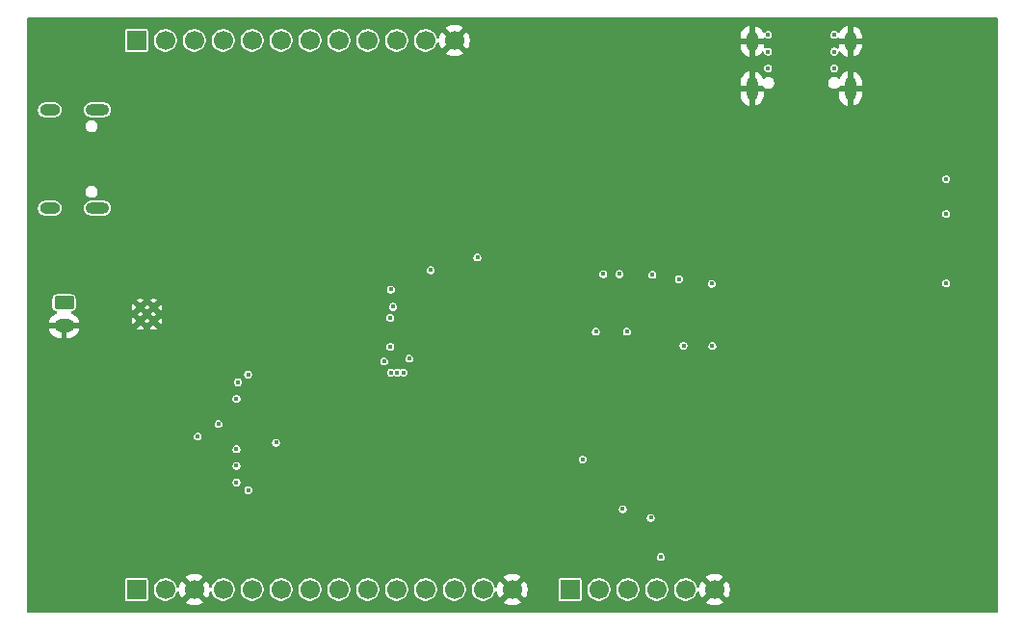
<source format=gbr>
%TF.GenerationSoftware,KiCad,Pcbnew,9.0.3*%
%TF.CreationDate,2025-11-22T18:35:30-05:00*%
%TF.ProjectId,SeedSBC_rev2_0,53656564-5342-4435-9f72-6576325f302e,rev?*%
%TF.SameCoordinates,Original*%
%TF.FileFunction,Copper,L7,Inr*%
%TF.FilePolarity,Positive*%
%FSLAX46Y46*%
G04 Gerber Fmt 4.6, Leading zero omitted, Abs format (unit mm)*
G04 Created by KiCad (PCBNEW 9.0.3) date 2025-11-22 18:35:30*
%MOMM*%
%LPD*%
G01*
G04 APERTURE LIST*
G04 Aperture macros list*
%AMRoundRect*
0 Rectangle with rounded corners*
0 $1 Rounding radius*
0 $2 $3 $4 $5 $6 $7 $8 $9 X,Y pos of 4 corners*
0 Add a 4 corners polygon primitive as box body*
4,1,4,$2,$3,$4,$5,$6,$7,$8,$9,$2,$3,0*
0 Add four circle primitives for the rounded corners*
1,1,$1+$1,$2,$3*
1,1,$1+$1,$4,$5*
1,1,$1+$1,$6,$7*
1,1,$1+$1,$8,$9*
0 Add four rect primitives between the rounded corners*
20,1,$1+$1,$2,$3,$4,$5,0*
20,1,$1+$1,$4,$5,$6,$7,0*
20,1,$1+$1,$6,$7,$8,$9,0*
20,1,$1+$1,$8,$9,$2,$3,0*%
G04 Aperture macros list end*
%TA.AperFunction,ComponentPad*%
%ADD10C,0.700000*%
%TD*%
%TA.AperFunction,ComponentPad*%
%ADD11C,4.400000*%
%TD*%
%TA.AperFunction,HeatsinkPad*%
%ADD12O,2.100000X1.000000*%
%TD*%
%TA.AperFunction,HeatsinkPad*%
%ADD13O,1.800000X1.000000*%
%TD*%
%TA.AperFunction,HeatsinkPad*%
%ADD14O,1.000000X2.100000*%
%TD*%
%TA.AperFunction,HeatsinkPad*%
%ADD15O,1.000000X1.800000*%
%TD*%
%TA.AperFunction,ComponentPad*%
%ADD16R,1.700000X1.700000*%
%TD*%
%TA.AperFunction,ComponentPad*%
%ADD17C,1.700000*%
%TD*%
%TA.AperFunction,ComponentPad*%
%ADD18RoundRect,0.250000X-0.625000X0.350000X-0.625000X-0.350000X0.625000X-0.350000X0.625000X0.350000X0*%
%TD*%
%TA.AperFunction,ComponentPad*%
%ADD19O,1.750000X1.200000*%
%TD*%
%TA.AperFunction,HeatsinkPad*%
%ADD20C,0.500000*%
%TD*%
%TA.AperFunction,ViaPad*%
%ADD21C,0.400000*%
%TD*%
%TA.AperFunction,ViaPad*%
%ADD22C,0.600000*%
%TD*%
G04 APERTURE END LIST*
D10*
%TO.N,GND*%
%TO.C,H1*%
X103760000Y-77470000D03*
X104243274Y-76303274D03*
X104243274Y-78636726D03*
X105410000Y-75820000D03*
D11*
X105410000Y-77470000D03*
D10*
X105410000Y-79120000D03*
X106576726Y-76303274D03*
X106576726Y-78636726D03*
X107060000Y-77470000D03*
%TD*%
D12*
%TO.N,Net-(J6-SHIELD)*%
%TO.C,J6*%
X108320000Y-82296000D03*
D13*
X104140000Y-82296000D03*
D12*
X108320000Y-90936000D03*
D13*
X104140000Y-90936000D03*
%TD*%
D10*
%TO.N,GND*%
%TO.C,H2*%
X182500000Y-77470000D03*
X182983274Y-76303274D03*
X182983274Y-78636726D03*
X184150000Y-75820000D03*
D11*
X184150000Y-77470000D03*
D10*
X184150000Y-79120000D03*
X185316726Y-76303274D03*
X185316726Y-78636726D03*
X185800000Y-77470000D03*
%TD*%
D14*
%TO.N,GND*%
%TO.C,J7*%
X174500000Y-80445000D03*
D15*
X174500000Y-76265000D03*
D14*
X165860000Y-80445000D03*
D15*
X165860000Y-76265000D03*
%TD*%
D10*
%TO.N,GND*%
%TO.C,H3*%
X182500000Y-123190000D03*
X182983274Y-122023274D03*
X182983274Y-124356726D03*
X184150000Y-121540000D03*
D11*
X184150000Y-123190000D03*
D10*
X184150000Y-124840000D03*
X185316726Y-122023274D03*
X185316726Y-124356726D03*
X185800000Y-123190000D03*
%TD*%
D16*
%TO.N,USB_VBUS*%
%TO.C,J1*%
X111760000Y-76200000D03*
D17*
%TO.N,EN*%
X114300000Y-76200000D03*
%TO.N,USB_VBUS2*%
X116840000Y-76200000D03*
%TO.N,/FPGA + SRAM/IO_T8*%
X119380000Y-76200000D03*
%TO.N,/FPGA + SRAM/IO_T7*%
X121920000Y-76200000D03*
%TO.N,/FPGA + SRAM/IO_T6*%
X124460000Y-76200000D03*
%TO.N,/FPGA + SRAM/IO_T5*%
X127000000Y-76200000D03*
%TO.N,/FPGA + SRAM/IO_T4*%
X129540000Y-76200000D03*
%TO.N,/FPGA + SRAM/IO_T3*%
X132080000Y-76200000D03*
%TO.N,/FPGA + SRAM/IO_T2*%
X134620000Y-76200000D03*
%TO.N,/FPGA + SRAM/IO_T1*%
X137160000Y-76200000D03*
%TO.N,GND*%
X139700000Y-76200000D03*
%TD*%
D10*
%TO.N,GND*%
%TO.C,H4*%
X103760000Y-123190000D03*
X104243274Y-122023274D03*
X104243274Y-124356726D03*
X105410000Y-121540000D03*
D11*
X105410000Y-123190000D03*
D10*
X105410000Y-124840000D03*
X106576726Y-122023274D03*
X106576726Y-124356726D03*
X107060000Y-123190000D03*
%TD*%
D16*
%TO.N,/FPGA + SRAM/FPGA/SPI_CNFG_CS*%
%TO.C,J4*%
X149860000Y-124460000D03*
D17*
%TO.N,/FPGA + SRAM/FPGA/SPI_CNFG_DO*%
X152400000Y-124460000D03*
%TO.N,/FPGA + SRAM/FPGA/SPI_CNFG_DI*%
X154940000Y-124460000D03*
%TO.N,/FPGA + SRAM/FPGA/SPI_CNFG_SCK*%
X157480000Y-124460000D03*
%TO.N,P3V3*%
X160020000Y-124460000D03*
%TO.N,GND*%
X162560000Y-124460000D03*
%TD*%
D18*
%TO.N,V_BAT*%
%TO.C,J3*%
X105390000Y-99250000D03*
D19*
%TO.N,GND*%
X105390000Y-101250000D03*
%TD*%
D20*
%TO.N,GND*%
%TO.C,U9*%
X112080000Y-99670000D03*
X112080000Y-100850000D03*
X113260000Y-99670000D03*
X113260000Y-100850000D03*
%TD*%
D16*
%TO.N,V_BAT*%
%TO.C,J8*%
X111760000Y-124460000D03*
D17*
%TO.N,P3V3*%
X114300000Y-124460000D03*
%TO.N,GND*%
X116840000Y-124460000D03*
%TO.N,/FPGA + SRAM/IO_B10*%
X119380000Y-124460000D03*
%TO.N,/FPGA + SRAM/IO_B9*%
X121920000Y-124460000D03*
%TO.N,/FPGA + SRAM/IO_B8*%
X124460000Y-124460000D03*
%TO.N,/FPGA + SRAM/IO_B7*%
X127000000Y-124460000D03*
%TO.N,/FPGA + SRAM/IO_B6*%
X129540000Y-124460000D03*
%TO.N,/FPGA + SRAM/IO_B5*%
X132080000Y-124460000D03*
%TO.N,/FPGA + SRAM/IO_B4*%
X134620000Y-124460000D03*
%TO.N,/FPGA + SRAM/IO_B3*%
X137160000Y-124460000D03*
%TO.N,/FPGA + SRAM/IO_B2*%
X139700000Y-124460000D03*
%TO.N,/FPGA + SRAM/IO_B1*%
X142240000Y-124460000D03*
%TO.N,GND*%
X144780000Y-124460000D03*
%TD*%
D21*
%TO.N,P3V3*%
X135730000Y-104170000D03*
X121580000Y-115720000D03*
X121560000Y-105560000D03*
X162310000Y-97570000D03*
X137610000Y-96390000D03*
X162355521Y-103054479D03*
X182910000Y-91440000D03*
X159829479Y-103030521D03*
X159425000Y-97175000D03*
X117130000Y-111010000D03*
D22*
%TO.N,GND*%
X132080000Y-96520000D03*
X111760000Y-96520000D03*
X137160000Y-119380000D03*
D21*
X134084395Y-102580000D03*
D22*
X147320000Y-119380000D03*
X116840000Y-119380000D03*
X182880000Y-96520000D03*
X162535248Y-88854186D03*
X127000000Y-111760000D03*
X127000000Y-88900000D03*
X132080000Y-104140000D03*
X132080000Y-119380000D03*
X162560000Y-119380000D03*
X111760000Y-88900000D03*
X116840000Y-81280000D03*
X172720000Y-111760000D03*
X137160000Y-111760000D03*
X177800000Y-104140000D03*
X167640000Y-119380000D03*
X127000000Y-81280000D03*
X121920000Y-81280000D03*
X162560000Y-81280000D03*
X121920000Y-119380000D03*
X162560000Y-111760000D03*
X177800000Y-111760000D03*
X172720000Y-119380000D03*
X111760000Y-81280000D03*
X111760000Y-111760000D03*
X182880000Y-104140000D03*
X111760000Y-119380000D03*
X132080000Y-111760000D03*
X142194186Y-81295008D03*
X127000000Y-104140000D03*
X127000000Y-119380000D03*
X132080000Y-81280000D03*
X167640000Y-111760000D03*
X177800000Y-88900000D03*
X177800000Y-119380000D03*
X132080000Y-88900000D03*
X177800000Y-96520000D03*
X177800000Y-81280000D03*
X147320000Y-81280000D03*
D21*
X120020000Y-109810000D03*
X170170000Y-77920000D03*
X136140000Y-96390000D03*
X170170000Y-76440000D03*
X150580000Y-98870000D03*
X150580000Y-101790000D03*
X118950000Y-105660000D03*
X150580000Y-103250000D03*
X156400000Y-97410000D03*
X160240000Y-95080000D03*
X158160000Y-102500000D03*
X158160000Y-98120000D03*
X160240000Y-93620000D03*
X154410000Y-93620000D03*
X139070000Y-96390000D03*
X134670000Y-96390000D03*
X150580000Y-97410000D03*
X154410000Y-95080000D03*
X150580000Y-100330000D03*
X158160000Y-101040000D03*
X156400000Y-103250000D03*
X163980000Y-101040000D03*
X156400000Y-98870000D03*
X163980000Y-98120000D03*
X163980000Y-102500000D03*
X156400000Y-101790000D03*
X142330000Y-98140000D03*
X156400000Y-100330000D03*
X121490000Y-109800000D03*
X163980000Y-99580000D03*
X158160000Y-99580000D03*
%TO.N,P1V2*%
X152780000Y-96730000D03*
X182910000Y-97540000D03*
X154200000Y-96730000D03*
X154850000Y-101790000D03*
X152130000Y-101790000D03*
%TO.N,P2V5*%
X124018497Y-111545078D03*
X157100000Y-96800000D03*
%TO.N,USB_VBUS2*%
X167260000Y-78650000D03*
X167260000Y-75710000D03*
X173080000Y-75710000D03*
X167260000Y-77180000D03*
X173080000Y-78650000D03*
X182910000Y-88390000D03*
X173080000Y-77180000D03*
%TO.N,/USB/1.8V*%
X141720000Y-95280000D03*
%TO.N,Net-(U8-VPHY)*%
X134110000Y-98080000D03*
%TO.N,Net-(U8-VPLL)*%
X134050000Y-100590000D03*
%TO.N,/FPGA + SRAM/SD_CLK*%
X118960000Y-109910000D03*
%TO.N,/FPGA + SRAM/SD_DAT0*%
X120530000Y-107700000D03*
%TO.N,/FPGA + SRAM/SD_DAT3*%
X120540000Y-113580000D03*
%TO.N,/SD MMC/SD_CMD*%
X120540000Y-112120000D03*
%TO.N,/FPGA + SRAM/SD_DAT2*%
X120540000Y-115040000D03*
%TO.N,/FPGA + SRAM/SD_DAT1*%
X120670000Y-106240000D03*
%TO.N,/FPGA + SRAM/FPGA/SPI_CNFG_DO*%
X150970000Y-113020000D03*
X134670133Y-105392219D03*
%TO.N,/FPGA + SRAM/FPGA/SPI_CNFG_DI*%
X134120137Y-105389567D03*
X154490000Y-117390000D03*
%TO.N,/FPGA + SRAM/FPGA/SPI_CNFG_SCK*%
X157840000Y-121610000D03*
X133520000Y-104410000D03*
%TO.N,/FPGA + SRAM/SPI_CNFG_CS_B*%
X156950000Y-118150000D03*
X135220135Y-105391775D03*
%TO.N,Net-(U8-REF)*%
X134300000Y-99610000D03*
%TO.N,Net-(U8-~{RESET})*%
X134070000Y-103130000D03*
%TD*%
%TA.AperFunction,Conductor*%
%TO.N,GND*%
G36*
X187402539Y-74180185D02*
G01*
X187448294Y-74232989D01*
X187459500Y-74284500D01*
X187459500Y-126375500D01*
X187439815Y-126442539D01*
X187387011Y-126488294D01*
X187335500Y-126499500D01*
X102224500Y-126499500D01*
X102157461Y-126479815D01*
X102111706Y-126427011D01*
X102100500Y-126375500D01*
X102100500Y-125324822D01*
X110759499Y-125324822D01*
X110768231Y-125368717D01*
X110768234Y-125368724D01*
X110798118Y-125413449D01*
X110801496Y-125418504D01*
X110851278Y-125451767D01*
X110851281Y-125451767D01*
X110851282Y-125451768D01*
X110895177Y-125460500D01*
X110895180Y-125460500D01*
X112624822Y-125460500D01*
X112668717Y-125451768D01*
X112668717Y-125451767D01*
X112668722Y-125451767D01*
X112718504Y-125418504D01*
X112751767Y-125368722D01*
X112760500Y-125324820D01*
X112760500Y-124558543D01*
X113299499Y-124558543D01*
X113337947Y-124751829D01*
X113337950Y-124751839D01*
X113413364Y-124933907D01*
X113413371Y-124933920D01*
X113522860Y-125097781D01*
X113522863Y-125097785D01*
X113662214Y-125237136D01*
X113662218Y-125237139D01*
X113826079Y-125346628D01*
X113826092Y-125346635D01*
X114008160Y-125422049D01*
X114008165Y-125422051D01*
X114008169Y-125422051D01*
X114008170Y-125422052D01*
X114201456Y-125460500D01*
X114201459Y-125460500D01*
X114398543Y-125460500D01*
X114528582Y-125434632D01*
X114591835Y-125422051D01*
X114773914Y-125346632D01*
X114937782Y-125237139D01*
X115077139Y-125097782D01*
X115186632Y-124933914D01*
X115262051Y-124751835D01*
X115269852Y-124712615D01*
X115302236Y-124650707D01*
X115362952Y-124616133D01*
X115432721Y-124619872D01*
X115489394Y-124660738D01*
X115513942Y-124717411D01*
X115523242Y-124776127D01*
X115523242Y-124776130D01*
X115588904Y-124978217D01*
X115685375Y-125167550D01*
X115724728Y-125221716D01*
X116357037Y-124589408D01*
X116374075Y-124652993D01*
X116439901Y-124767007D01*
X116532993Y-124860099D01*
X116647007Y-124925925D01*
X116710590Y-124942962D01*
X116078282Y-125575269D01*
X116078282Y-125575270D01*
X116132449Y-125614624D01*
X116321782Y-125711095D01*
X116523870Y-125776757D01*
X116733754Y-125810000D01*
X116946246Y-125810000D01*
X117156127Y-125776757D01*
X117156130Y-125776757D01*
X117358217Y-125711095D01*
X117547554Y-125614622D01*
X117601716Y-125575270D01*
X117601717Y-125575270D01*
X116969408Y-124942962D01*
X117032993Y-124925925D01*
X117147007Y-124860099D01*
X117240099Y-124767007D01*
X117305925Y-124652993D01*
X117322962Y-124589409D01*
X117955270Y-125221717D01*
X117955270Y-125221716D01*
X117994622Y-125167554D01*
X118091095Y-124978217D01*
X118156755Y-124776134D01*
X118166056Y-124717412D01*
X118195985Y-124654277D01*
X118255296Y-124617346D01*
X118325159Y-124618342D01*
X118383392Y-124656952D01*
X118410147Y-124712616D01*
X118417947Y-124751830D01*
X118417950Y-124751839D01*
X118493364Y-124933907D01*
X118493371Y-124933920D01*
X118602860Y-125097781D01*
X118602863Y-125097785D01*
X118742214Y-125237136D01*
X118742218Y-125237139D01*
X118906079Y-125346628D01*
X118906092Y-125346635D01*
X119088160Y-125422049D01*
X119088165Y-125422051D01*
X119088169Y-125422051D01*
X119088170Y-125422052D01*
X119281456Y-125460500D01*
X119281459Y-125460500D01*
X119478543Y-125460500D01*
X119608582Y-125434632D01*
X119671835Y-125422051D01*
X119853914Y-125346632D01*
X120017782Y-125237139D01*
X120157139Y-125097782D01*
X120266632Y-124933914D01*
X120342051Y-124751835D01*
X120362167Y-124650707D01*
X120380500Y-124558543D01*
X120919499Y-124558543D01*
X120957947Y-124751829D01*
X120957950Y-124751839D01*
X121033364Y-124933907D01*
X121033371Y-124933920D01*
X121142860Y-125097781D01*
X121142863Y-125097785D01*
X121282214Y-125237136D01*
X121282218Y-125237139D01*
X121446079Y-125346628D01*
X121446092Y-125346635D01*
X121628160Y-125422049D01*
X121628165Y-125422051D01*
X121628169Y-125422051D01*
X121628170Y-125422052D01*
X121821456Y-125460500D01*
X121821459Y-125460500D01*
X122018543Y-125460500D01*
X122148582Y-125434632D01*
X122211835Y-125422051D01*
X122393914Y-125346632D01*
X122557782Y-125237139D01*
X122697139Y-125097782D01*
X122806632Y-124933914D01*
X122882051Y-124751835D01*
X122902167Y-124650707D01*
X122920500Y-124558543D01*
X123459499Y-124558543D01*
X123497947Y-124751829D01*
X123497950Y-124751839D01*
X123573364Y-124933907D01*
X123573371Y-124933920D01*
X123682860Y-125097781D01*
X123682863Y-125097785D01*
X123822214Y-125237136D01*
X123822218Y-125237139D01*
X123986079Y-125346628D01*
X123986092Y-125346635D01*
X124168160Y-125422049D01*
X124168165Y-125422051D01*
X124168169Y-125422051D01*
X124168170Y-125422052D01*
X124361456Y-125460500D01*
X124361459Y-125460500D01*
X124558543Y-125460500D01*
X124688582Y-125434632D01*
X124751835Y-125422051D01*
X124933914Y-125346632D01*
X125097782Y-125237139D01*
X125237139Y-125097782D01*
X125346632Y-124933914D01*
X125422051Y-124751835D01*
X125442167Y-124650707D01*
X125460500Y-124558543D01*
X125999499Y-124558543D01*
X126037947Y-124751829D01*
X126037950Y-124751839D01*
X126113364Y-124933907D01*
X126113371Y-124933920D01*
X126222860Y-125097781D01*
X126222863Y-125097785D01*
X126362214Y-125237136D01*
X126362218Y-125237139D01*
X126526079Y-125346628D01*
X126526092Y-125346635D01*
X126708160Y-125422049D01*
X126708165Y-125422051D01*
X126708169Y-125422051D01*
X126708170Y-125422052D01*
X126901456Y-125460500D01*
X126901459Y-125460500D01*
X127098543Y-125460500D01*
X127228582Y-125434632D01*
X127291835Y-125422051D01*
X127473914Y-125346632D01*
X127637782Y-125237139D01*
X127777139Y-125097782D01*
X127886632Y-124933914D01*
X127962051Y-124751835D01*
X127982167Y-124650707D01*
X128000500Y-124558543D01*
X128539499Y-124558543D01*
X128577947Y-124751829D01*
X128577950Y-124751839D01*
X128653364Y-124933907D01*
X128653371Y-124933920D01*
X128762860Y-125097781D01*
X128762863Y-125097785D01*
X128902214Y-125237136D01*
X128902218Y-125237139D01*
X129066079Y-125346628D01*
X129066092Y-125346635D01*
X129248160Y-125422049D01*
X129248165Y-125422051D01*
X129248169Y-125422051D01*
X129248170Y-125422052D01*
X129441456Y-125460500D01*
X129441459Y-125460500D01*
X129638543Y-125460500D01*
X129768582Y-125434632D01*
X129831835Y-125422051D01*
X130013914Y-125346632D01*
X130177782Y-125237139D01*
X130317139Y-125097782D01*
X130426632Y-124933914D01*
X130502051Y-124751835D01*
X130522167Y-124650707D01*
X130540500Y-124558543D01*
X131079499Y-124558543D01*
X131117947Y-124751829D01*
X131117950Y-124751839D01*
X131193364Y-124933907D01*
X131193371Y-124933920D01*
X131302860Y-125097781D01*
X131302863Y-125097785D01*
X131442214Y-125237136D01*
X131442218Y-125237139D01*
X131606079Y-125346628D01*
X131606092Y-125346635D01*
X131788160Y-125422049D01*
X131788165Y-125422051D01*
X131788169Y-125422051D01*
X131788170Y-125422052D01*
X131981456Y-125460500D01*
X131981459Y-125460500D01*
X132178543Y-125460500D01*
X132308582Y-125434632D01*
X132371835Y-125422051D01*
X132553914Y-125346632D01*
X132717782Y-125237139D01*
X132857139Y-125097782D01*
X132966632Y-124933914D01*
X133042051Y-124751835D01*
X133062167Y-124650707D01*
X133080500Y-124558543D01*
X133619499Y-124558543D01*
X133657947Y-124751829D01*
X133657950Y-124751839D01*
X133733364Y-124933907D01*
X133733371Y-124933920D01*
X133842860Y-125097781D01*
X133842863Y-125097785D01*
X133982214Y-125237136D01*
X133982218Y-125237139D01*
X134146079Y-125346628D01*
X134146092Y-125346635D01*
X134328160Y-125422049D01*
X134328165Y-125422051D01*
X134328169Y-125422051D01*
X134328170Y-125422052D01*
X134521456Y-125460500D01*
X134521459Y-125460500D01*
X134718543Y-125460500D01*
X134848582Y-125434632D01*
X134911835Y-125422051D01*
X135093914Y-125346632D01*
X135257782Y-125237139D01*
X135397139Y-125097782D01*
X135506632Y-124933914D01*
X135582051Y-124751835D01*
X135602167Y-124650707D01*
X135620500Y-124558543D01*
X136159499Y-124558543D01*
X136197947Y-124751829D01*
X136197950Y-124751839D01*
X136273364Y-124933907D01*
X136273371Y-124933920D01*
X136382860Y-125097781D01*
X136382863Y-125097785D01*
X136522214Y-125237136D01*
X136522218Y-125237139D01*
X136686079Y-125346628D01*
X136686092Y-125346635D01*
X136868160Y-125422049D01*
X136868165Y-125422051D01*
X136868169Y-125422051D01*
X136868170Y-125422052D01*
X137061456Y-125460500D01*
X137061459Y-125460500D01*
X137258543Y-125460500D01*
X137388582Y-125434632D01*
X137451835Y-125422051D01*
X137633914Y-125346632D01*
X137797782Y-125237139D01*
X137937139Y-125097782D01*
X138046632Y-124933914D01*
X138122051Y-124751835D01*
X138142167Y-124650707D01*
X138160500Y-124558543D01*
X138699499Y-124558543D01*
X138737947Y-124751829D01*
X138737950Y-124751839D01*
X138813364Y-124933907D01*
X138813371Y-124933920D01*
X138922860Y-125097781D01*
X138922863Y-125097785D01*
X139062214Y-125237136D01*
X139062218Y-125237139D01*
X139226079Y-125346628D01*
X139226092Y-125346635D01*
X139408160Y-125422049D01*
X139408165Y-125422051D01*
X139408169Y-125422051D01*
X139408170Y-125422052D01*
X139601456Y-125460500D01*
X139601459Y-125460500D01*
X139798543Y-125460500D01*
X139928582Y-125434632D01*
X139991835Y-125422051D01*
X140173914Y-125346632D01*
X140337782Y-125237139D01*
X140477139Y-125097782D01*
X140586632Y-124933914D01*
X140662051Y-124751835D01*
X140682167Y-124650707D01*
X140700500Y-124558543D01*
X141239499Y-124558543D01*
X141277947Y-124751829D01*
X141277950Y-124751839D01*
X141353364Y-124933907D01*
X141353371Y-124933920D01*
X141462860Y-125097781D01*
X141462863Y-125097785D01*
X141602214Y-125237136D01*
X141602218Y-125237139D01*
X141766079Y-125346628D01*
X141766092Y-125346635D01*
X141948160Y-125422049D01*
X141948165Y-125422051D01*
X141948169Y-125422051D01*
X141948170Y-125422052D01*
X142141456Y-125460500D01*
X142141459Y-125460500D01*
X142338543Y-125460500D01*
X142468582Y-125434632D01*
X142531835Y-125422051D01*
X142713914Y-125346632D01*
X142877782Y-125237139D01*
X143017139Y-125097782D01*
X143126632Y-124933914D01*
X143202051Y-124751835D01*
X143209852Y-124712615D01*
X143242236Y-124650707D01*
X143302952Y-124616133D01*
X143372721Y-124619872D01*
X143429394Y-124660738D01*
X143453942Y-124717411D01*
X143463242Y-124776127D01*
X143463242Y-124776130D01*
X143528904Y-124978217D01*
X143625375Y-125167550D01*
X143664728Y-125221716D01*
X144297037Y-124589408D01*
X144314075Y-124652993D01*
X144379901Y-124767007D01*
X144472993Y-124860099D01*
X144587007Y-124925925D01*
X144650590Y-124942962D01*
X144018282Y-125575269D01*
X144018282Y-125575270D01*
X144072449Y-125614624D01*
X144261782Y-125711095D01*
X144463870Y-125776757D01*
X144673754Y-125810000D01*
X144886246Y-125810000D01*
X145096127Y-125776757D01*
X145096130Y-125776757D01*
X145298217Y-125711095D01*
X145487554Y-125614622D01*
X145541716Y-125575270D01*
X145541717Y-125575270D01*
X145291269Y-125324822D01*
X148859499Y-125324822D01*
X148868231Y-125368717D01*
X148868234Y-125368724D01*
X148898118Y-125413449D01*
X148901496Y-125418504D01*
X148951278Y-125451767D01*
X148951281Y-125451767D01*
X148951282Y-125451768D01*
X148995177Y-125460500D01*
X148995180Y-125460500D01*
X150724822Y-125460500D01*
X150768717Y-125451768D01*
X150768717Y-125451767D01*
X150768722Y-125451767D01*
X150818504Y-125418504D01*
X150851767Y-125368722D01*
X150860500Y-125324820D01*
X150860500Y-124558543D01*
X151399499Y-124558543D01*
X151437947Y-124751829D01*
X151437950Y-124751839D01*
X151513364Y-124933907D01*
X151513371Y-124933920D01*
X151622860Y-125097781D01*
X151622863Y-125097785D01*
X151762214Y-125237136D01*
X151762218Y-125237139D01*
X151926079Y-125346628D01*
X151926092Y-125346635D01*
X152108160Y-125422049D01*
X152108165Y-125422051D01*
X152108169Y-125422051D01*
X152108170Y-125422052D01*
X152301456Y-125460500D01*
X152301459Y-125460500D01*
X152498543Y-125460500D01*
X152628582Y-125434632D01*
X152691835Y-125422051D01*
X152873914Y-125346632D01*
X153037782Y-125237139D01*
X153177139Y-125097782D01*
X153286632Y-124933914D01*
X153362051Y-124751835D01*
X153382167Y-124650707D01*
X153400500Y-124558543D01*
X153939499Y-124558543D01*
X153977947Y-124751829D01*
X153977950Y-124751839D01*
X154053364Y-124933907D01*
X154053371Y-124933920D01*
X154162860Y-125097781D01*
X154162863Y-125097785D01*
X154302214Y-125237136D01*
X154302218Y-125237139D01*
X154466079Y-125346628D01*
X154466092Y-125346635D01*
X154648160Y-125422049D01*
X154648165Y-125422051D01*
X154648169Y-125422051D01*
X154648170Y-125422052D01*
X154841456Y-125460500D01*
X154841459Y-125460500D01*
X155038543Y-125460500D01*
X155168582Y-125434632D01*
X155231835Y-125422051D01*
X155413914Y-125346632D01*
X155577782Y-125237139D01*
X155717139Y-125097782D01*
X155826632Y-124933914D01*
X155902051Y-124751835D01*
X155922167Y-124650707D01*
X155940500Y-124558543D01*
X156479499Y-124558543D01*
X156517947Y-124751829D01*
X156517950Y-124751839D01*
X156593364Y-124933907D01*
X156593371Y-124933920D01*
X156702860Y-125097781D01*
X156702863Y-125097785D01*
X156842214Y-125237136D01*
X156842218Y-125237139D01*
X157006079Y-125346628D01*
X157006092Y-125346635D01*
X157188160Y-125422049D01*
X157188165Y-125422051D01*
X157188169Y-125422051D01*
X157188170Y-125422052D01*
X157381456Y-125460500D01*
X157381459Y-125460500D01*
X157578543Y-125460500D01*
X157708582Y-125434632D01*
X157771835Y-125422051D01*
X157953914Y-125346632D01*
X158117782Y-125237139D01*
X158257139Y-125097782D01*
X158366632Y-124933914D01*
X158442051Y-124751835D01*
X158462167Y-124650707D01*
X158480500Y-124558543D01*
X159019499Y-124558543D01*
X159057947Y-124751829D01*
X159057950Y-124751839D01*
X159133364Y-124933907D01*
X159133371Y-124933920D01*
X159242860Y-125097781D01*
X159242863Y-125097785D01*
X159382214Y-125237136D01*
X159382218Y-125237139D01*
X159546079Y-125346628D01*
X159546092Y-125346635D01*
X159728160Y-125422049D01*
X159728165Y-125422051D01*
X159728169Y-125422051D01*
X159728170Y-125422052D01*
X159921456Y-125460500D01*
X159921459Y-125460500D01*
X160118543Y-125460500D01*
X160248582Y-125434632D01*
X160311835Y-125422051D01*
X160493914Y-125346632D01*
X160657782Y-125237139D01*
X160797139Y-125097782D01*
X160906632Y-124933914D01*
X160982051Y-124751835D01*
X160989852Y-124712615D01*
X161022236Y-124650707D01*
X161082952Y-124616133D01*
X161152721Y-124619872D01*
X161209394Y-124660738D01*
X161233942Y-124717411D01*
X161243242Y-124776127D01*
X161243242Y-124776130D01*
X161308904Y-124978217D01*
X161405375Y-125167550D01*
X161444728Y-125221716D01*
X162077037Y-124589408D01*
X162094075Y-124652993D01*
X162159901Y-124767007D01*
X162252993Y-124860099D01*
X162367007Y-124925925D01*
X162430590Y-124942962D01*
X161798282Y-125575269D01*
X161798282Y-125575270D01*
X161852449Y-125614624D01*
X162041782Y-125711095D01*
X162243870Y-125776757D01*
X162453754Y-125810000D01*
X162666246Y-125810000D01*
X162876127Y-125776757D01*
X162876130Y-125776757D01*
X163078217Y-125711095D01*
X163267554Y-125614622D01*
X163321716Y-125575270D01*
X163321717Y-125575270D01*
X162689408Y-124942962D01*
X162752993Y-124925925D01*
X162867007Y-124860099D01*
X162960099Y-124767007D01*
X163025925Y-124652993D01*
X163042962Y-124589409D01*
X163675270Y-125221717D01*
X163675270Y-125221716D01*
X163714622Y-125167554D01*
X163811095Y-124978217D01*
X163876757Y-124776130D01*
X163876757Y-124776127D01*
X163910000Y-124566246D01*
X163910000Y-124353753D01*
X163876757Y-124143872D01*
X163876757Y-124143869D01*
X163811095Y-123941782D01*
X163714624Y-123752449D01*
X163675270Y-123698282D01*
X163675269Y-123698282D01*
X163042962Y-124330590D01*
X163025925Y-124267007D01*
X162960099Y-124152993D01*
X162867007Y-124059901D01*
X162752993Y-123994075D01*
X162689409Y-123977037D01*
X163321716Y-123344728D01*
X163267550Y-123305375D01*
X163078217Y-123208904D01*
X162876129Y-123143242D01*
X162666246Y-123110000D01*
X162453754Y-123110000D01*
X162243872Y-123143242D01*
X162243869Y-123143242D01*
X162041782Y-123208904D01*
X161852439Y-123305380D01*
X161798282Y-123344727D01*
X161798282Y-123344728D01*
X162430591Y-123977037D01*
X162367007Y-123994075D01*
X162252993Y-124059901D01*
X162159901Y-124152993D01*
X162094075Y-124267007D01*
X162077037Y-124330591D01*
X161444728Y-123698282D01*
X161444727Y-123698282D01*
X161405380Y-123752439D01*
X161308904Y-123941782D01*
X161243242Y-124143869D01*
X161243242Y-124143870D01*
X161233942Y-124202589D01*
X161204012Y-124265723D01*
X161144700Y-124302654D01*
X161074838Y-124301656D01*
X161016605Y-124263046D01*
X160989852Y-124207381D01*
X160982052Y-124168172D01*
X160982051Y-124168167D01*
X160982051Y-124168165D01*
X160971986Y-124143865D01*
X160906635Y-123986092D01*
X160906628Y-123986079D01*
X160797139Y-123822218D01*
X160797136Y-123822214D01*
X160657785Y-123682863D01*
X160657781Y-123682860D01*
X160493920Y-123573371D01*
X160493907Y-123573364D01*
X160332596Y-123506548D01*
X160311839Y-123497950D01*
X160311829Y-123497947D01*
X160118543Y-123459500D01*
X160118541Y-123459500D01*
X159921459Y-123459500D01*
X159921457Y-123459500D01*
X159728170Y-123497947D01*
X159728160Y-123497950D01*
X159546092Y-123573364D01*
X159546079Y-123573371D01*
X159382218Y-123682860D01*
X159382214Y-123682863D01*
X159242863Y-123822214D01*
X159242860Y-123822218D01*
X159133371Y-123986079D01*
X159133364Y-123986092D01*
X159057950Y-124168160D01*
X159057947Y-124168170D01*
X159019500Y-124361456D01*
X159019500Y-124361459D01*
X159019500Y-124558541D01*
X159019500Y-124558543D01*
X159019499Y-124558543D01*
X158480500Y-124558543D01*
X158480500Y-124361456D01*
X158442052Y-124168170D01*
X158442051Y-124168167D01*
X158442051Y-124168165D01*
X158431986Y-124143865D01*
X158366635Y-123986092D01*
X158366628Y-123986079D01*
X158257139Y-123822218D01*
X158257136Y-123822214D01*
X158117785Y-123682863D01*
X158117781Y-123682860D01*
X157953920Y-123573371D01*
X157953907Y-123573364D01*
X157771839Y-123497950D01*
X157771829Y-123497947D01*
X157578543Y-123459500D01*
X157578541Y-123459500D01*
X157381459Y-123459500D01*
X157381457Y-123459500D01*
X157188170Y-123497947D01*
X157188160Y-123497950D01*
X157006092Y-123573364D01*
X157006079Y-123573371D01*
X156842218Y-123682860D01*
X156842214Y-123682863D01*
X156702863Y-123822214D01*
X156702860Y-123822218D01*
X156593371Y-123986079D01*
X156593364Y-123986092D01*
X156517950Y-124168160D01*
X156517947Y-124168170D01*
X156479500Y-124361456D01*
X156479500Y-124361459D01*
X156479500Y-124558541D01*
X156479500Y-124558543D01*
X156479499Y-124558543D01*
X155940500Y-124558543D01*
X155940500Y-124361456D01*
X155902052Y-124168170D01*
X155902051Y-124168167D01*
X155902051Y-124168165D01*
X155891986Y-124143865D01*
X155826635Y-123986092D01*
X155826628Y-123986079D01*
X155717139Y-123822218D01*
X155717136Y-123822214D01*
X155577785Y-123682863D01*
X155577781Y-123682860D01*
X155413920Y-123573371D01*
X155413907Y-123573364D01*
X155231839Y-123497950D01*
X155231829Y-123497947D01*
X155038543Y-123459500D01*
X155038541Y-123459500D01*
X154841459Y-123459500D01*
X154841457Y-123459500D01*
X154648170Y-123497947D01*
X154648160Y-123497950D01*
X154466092Y-123573364D01*
X154466079Y-123573371D01*
X154302218Y-123682860D01*
X154302214Y-123682863D01*
X154162863Y-123822214D01*
X154162860Y-123822218D01*
X154053371Y-123986079D01*
X154053364Y-123986092D01*
X153977950Y-124168160D01*
X153977947Y-124168170D01*
X153939500Y-124361456D01*
X153939500Y-124361459D01*
X153939500Y-124558541D01*
X153939500Y-124558543D01*
X153939499Y-124558543D01*
X153400500Y-124558543D01*
X153400500Y-124361456D01*
X153362052Y-124168170D01*
X153362051Y-124168167D01*
X153362051Y-124168165D01*
X153351986Y-124143865D01*
X153286635Y-123986092D01*
X153286628Y-123986079D01*
X153177139Y-123822218D01*
X153177136Y-123822214D01*
X153037785Y-123682863D01*
X153037781Y-123682860D01*
X152873920Y-123573371D01*
X152873907Y-123573364D01*
X152691839Y-123497950D01*
X152691829Y-123497947D01*
X152498543Y-123459500D01*
X152498541Y-123459500D01*
X152301459Y-123459500D01*
X152301457Y-123459500D01*
X152108170Y-123497947D01*
X152108160Y-123497950D01*
X151926092Y-123573364D01*
X151926079Y-123573371D01*
X151762218Y-123682860D01*
X151762214Y-123682863D01*
X151622863Y-123822214D01*
X151622860Y-123822218D01*
X151513371Y-123986079D01*
X151513364Y-123986092D01*
X151437950Y-124168160D01*
X151437947Y-124168170D01*
X151399500Y-124361456D01*
X151399500Y-124361459D01*
X151399500Y-124558541D01*
X151399500Y-124558543D01*
X151399499Y-124558543D01*
X150860500Y-124558543D01*
X150860500Y-123595180D01*
X150860500Y-123595177D01*
X150851768Y-123551282D01*
X150851767Y-123551281D01*
X150851767Y-123551278D01*
X150818504Y-123501496D01*
X150813197Y-123497950D01*
X150768724Y-123468234D01*
X150768717Y-123468231D01*
X150724822Y-123459500D01*
X150724820Y-123459500D01*
X148995180Y-123459500D01*
X148995178Y-123459500D01*
X148951282Y-123468231D01*
X148951275Y-123468234D01*
X148901496Y-123501495D01*
X148901495Y-123501496D01*
X148868234Y-123551275D01*
X148868231Y-123551282D01*
X148859500Y-123595177D01*
X148859500Y-123595180D01*
X148859500Y-125324820D01*
X148859500Y-125324822D01*
X148859499Y-125324822D01*
X145291269Y-125324822D01*
X144909408Y-124942962D01*
X144972993Y-124925925D01*
X145087007Y-124860099D01*
X145180099Y-124767007D01*
X145245925Y-124652993D01*
X145262962Y-124589408D01*
X145895270Y-125221717D01*
X145895270Y-125221716D01*
X145934622Y-125167554D01*
X146031095Y-124978217D01*
X146096757Y-124776130D01*
X146096757Y-124776127D01*
X146130000Y-124566246D01*
X146130000Y-124353753D01*
X146096757Y-124143872D01*
X146096757Y-124143869D01*
X146031095Y-123941782D01*
X145934623Y-123752447D01*
X145934621Y-123752443D01*
X145895271Y-123698282D01*
X145895269Y-123698282D01*
X145262962Y-124330590D01*
X145245925Y-124267007D01*
X145180099Y-124152993D01*
X145087007Y-124059901D01*
X144972993Y-123994075D01*
X144909409Y-123977037D01*
X145541716Y-123344728D01*
X145487550Y-123305375D01*
X145298217Y-123208904D01*
X145096129Y-123143242D01*
X144886246Y-123110000D01*
X144673754Y-123110000D01*
X144463872Y-123143242D01*
X144463869Y-123143242D01*
X144261782Y-123208904D01*
X144072439Y-123305380D01*
X144018282Y-123344727D01*
X144018282Y-123344728D01*
X144650591Y-123977037D01*
X144587007Y-123994075D01*
X144472993Y-124059901D01*
X144379901Y-124152993D01*
X144314075Y-124267007D01*
X144297037Y-124330591D01*
X143664728Y-123698282D01*
X143664727Y-123698282D01*
X143625380Y-123752439D01*
X143528904Y-123941782D01*
X143463242Y-124143869D01*
X143463242Y-124143870D01*
X143453942Y-124202589D01*
X143424012Y-124265723D01*
X143364700Y-124302654D01*
X143294838Y-124301656D01*
X143236605Y-124263046D01*
X143209852Y-124207381D01*
X143202052Y-124168172D01*
X143202051Y-124168167D01*
X143202051Y-124168165D01*
X143191986Y-124143865D01*
X143126635Y-123986092D01*
X143126628Y-123986079D01*
X143017139Y-123822218D01*
X143017136Y-123822214D01*
X142877785Y-123682863D01*
X142877781Y-123682860D01*
X142713920Y-123573371D01*
X142713907Y-123573364D01*
X142552596Y-123506548D01*
X142531839Y-123497950D01*
X142531829Y-123497947D01*
X142338543Y-123459500D01*
X142338541Y-123459500D01*
X142141459Y-123459500D01*
X142141457Y-123459500D01*
X141948170Y-123497947D01*
X141948160Y-123497950D01*
X141766092Y-123573364D01*
X141766079Y-123573371D01*
X141602218Y-123682860D01*
X141602214Y-123682863D01*
X141462863Y-123822214D01*
X141462860Y-123822218D01*
X141353371Y-123986079D01*
X141353364Y-123986092D01*
X141277950Y-124168160D01*
X141277947Y-124168170D01*
X141239500Y-124361456D01*
X141239500Y-124361459D01*
X141239500Y-124558541D01*
X141239500Y-124558543D01*
X141239499Y-124558543D01*
X140700500Y-124558543D01*
X140700500Y-124361456D01*
X140662052Y-124168170D01*
X140662051Y-124168167D01*
X140662051Y-124168165D01*
X140651986Y-124143865D01*
X140586635Y-123986092D01*
X140586628Y-123986079D01*
X140477139Y-123822218D01*
X140477136Y-123822214D01*
X140337785Y-123682863D01*
X140337781Y-123682860D01*
X140173920Y-123573371D01*
X140173907Y-123573364D01*
X139991839Y-123497950D01*
X139991829Y-123497947D01*
X139798543Y-123459500D01*
X139798541Y-123459500D01*
X139601459Y-123459500D01*
X139601457Y-123459500D01*
X139408170Y-123497947D01*
X139408160Y-123497950D01*
X139226092Y-123573364D01*
X139226079Y-123573371D01*
X139062218Y-123682860D01*
X139062214Y-123682863D01*
X138922863Y-123822214D01*
X138922860Y-123822218D01*
X138813371Y-123986079D01*
X138813364Y-123986092D01*
X138737950Y-124168160D01*
X138737947Y-124168170D01*
X138699500Y-124361456D01*
X138699500Y-124361459D01*
X138699500Y-124558541D01*
X138699500Y-124558543D01*
X138699499Y-124558543D01*
X138160500Y-124558543D01*
X138160500Y-124361456D01*
X138122052Y-124168170D01*
X138122051Y-124168167D01*
X138122051Y-124168165D01*
X138111986Y-124143865D01*
X138046635Y-123986092D01*
X138046628Y-123986079D01*
X137937139Y-123822218D01*
X137937136Y-123822214D01*
X137797785Y-123682863D01*
X137797781Y-123682860D01*
X137633920Y-123573371D01*
X137633907Y-123573364D01*
X137451839Y-123497950D01*
X137451829Y-123497947D01*
X137258543Y-123459500D01*
X137258541Y-123459500D01*
X137061459Y-123459500D01*
X137061457Y-123459500D01*
X136868170Y-123497947D01*
X136868160Y-123497950D01*
X136686092Y-123573364D01*
X136686079Y-123573371D01*
X136522218Y-123682860D01*
X136522214Y-123682863D01*
X136382863Y-123822214D01*
X136382860Y-123822218D01*
X136273371Y-123986079D01*
X136273364Y-123986092D01*
X136197950Y-124168160D01*
X136197947Y-124168170D01*
X136159500Y-124361456D01*
X136159500Y-124361459D01*
X136159500Y-124558541D01*
X136159500Y-124558543D01*
X136159499Y-124558543D01*
X135620500Y-124558543D01*
X135620500Y-124361456D01*
X135582052Y-124168170D01*
X135582051Y-124168167D01*
X135582051Y-124168165D01*
X135571986Y-124143865D01*
X135506635Y-123986092D01*
X135506628Y-123986079D01*
X135397139Y-123822218D01*
X135397136Y-123822214D01*
X135257785Y-123682863D01*
X135257781Y-123682860D01*
X135093920Y-123573371D01*
X135093907Y-123573364D01*
X134911839Y-123497950D01*
X134911829Y-123497947D01*
X134718543Y-123459500D01*
X134718541Y-123459500D01*
X134521459Y-123459500D01*
X134521457Y-123459500D01*
X134328170Y-123497947D01*
X134328160Y-123497950D01*
X134146092Y-123573364D01*
X134146079Y-123573371D01*
X133982218Y-123682860D01*
X133982214Y-123682863D01*
X133842863Y-123822214D01*
X133842860Y-123822218D01*
X133733371Y-123986079D01*
X133733364Y-123986092D01*
X133657950Y-124168160D01*
X133657947Y-124168170D01*
X133619500Y-124361456D01*
X133619500Y-124361459D01*
X133619500Y-124558541D01*
X133619500Y-124558543D01*
X133619499Y-124558543D01*
X133080500Y-124558543D01*
X133080500Y-124361456D01*
X133042052Y-124168170D01*
X133042051Y-124168167D01*
X133042051Y-124168165D01*
X133031986Y-124143865D01*
X132966635Y-123986092D01*
X132966628Y-123986079D01*
X132857139Y-123822218D01*
X132857136Y-123822214D01*
X132717785Y-123682863D01*
X132717781Y-123682860D01*
X132553920Y-123573371D01*
X132553907Y-123573364D01*
X132371839Y-123497950D01*
X132371829Y-123497947D01*
X132178543Y-123459500D01*
X132178541Y-123459500D01*
X131981459Y-123459500D01*
X131981457Y-123459500D01*
X131788170Y-123497947D01*
X131788160Y-123497950D01*
X131606092Y-123573364D01*
X131606079Y-123573371D01*
X131442218Y-123682860D01*
X131442214Y-123682863D01*
X131302863Y-123822214D01*
X131302860Y-123822218D01*
X131193371Y-123986079D01*
X131193364Y-123986092D01*
X131117950Y-124168160D01*
X131117947Y-124168170D01*
X131079500Y-124361456D01*
X131079500Y-124361459D01*
X131079500Y-124558541D01*
X131079500Y-124558543D01*
X131079499Y-124558543D01*
X130540500Y-124558543D01*
X130540500Y-124361456D01*
X130502052Y-124168170D01*
X130502051Y-124168167D01*
X130502051Y-124168165D01*
X130491986Y-124143865D01*
X130426635Y-123986092D01*
X130426628Y-123986079D01*
X130317139Y-123822218D01*
X130317136Y-123822214D01*
X130177785Y-123682863D01*
X130177781Y-123682860D01*
X130013920Y-123573371D01*
X130013907Y-123573364D01*
X129831839Y-123497950D01*
X129831829Y-123497947D01*
X129638543Y-123459500D01*
X129638541Y-123459500D01*
X129441459Y-123459500D01*
X129441457Y-123459500D01*
X129248170Y-123497947D01*
X129248160Y-123497950D01*
X129066092Y-123573364D01*
X129066079Y-123573371D01*
X128902218Y-123682860D01*
X128902214Y-123682863D01*
X128762863Y-123822214D01*
X128762860Y-123822218D01*
X128653371Y-123986079D01*
X128653364Y-123986092D01*
X128577950Y-124168160D01*
X128577947Y-124168170D01*
X128539500Y-124361456D01*
X128539500Y-124361459D01*
X128539500Y-124558541D01*
X128539500Y-124558543D01*
X128539499Y-124558543D01*
X128000500Y-124558543D01*
X128000500Y-124361456D01*
X127962052Y-124168170D01*
X127962051Y-124168167D01*
X127962051Y-124168165D01*
X127951986Y-124143865D01*
X127886635Y-123986092D01*
X127886628Y-123986079D01*
X127777139Y-123822218D01*
X127777136Y-123822214D01*
X127637785Y-123682863D01*
X127637781Y-123682860D01*
X127473920Y-123573371D01*
X127473907Y-123573364D01*
X127291839Y-123497950D01*
X127291829Y-123497947D01*
X127098543Y-123459500D01*
X127098541Y-123459500D01*
X126901459Y-123459500D01*
X126901457Y-123459500D01*
X126708170Y-123497947D01*
X126708160Y-123497950D01*
X126526092Y-123573364D01*
X126526079Y-123573371D01*
X126362218Y-123682860D01*
X126362214Y-123682863D01*
X126222863Y-123822214D01*
X126222860Y-123822218D01*
X126113371Y-123986079D01*
X126113364Y-123986092D01*
X126037950Y-124168160D01*
X126037947Y-124168170D01*
X125999500Y-124361456D01*
X125999500Y-124361459D01*
X125999500Y-124558541D01*
X125999500Y-124558543D01*
X125999499Y-124558543D01*
X125460500Y-124558543D01*
X125460500Y-124361456D01*
X125422052Y-124168170D01*
X125422051Y-124168167D01*
X125422051Y-124168165D01*
X125411986Y-124143865D01*
X125346635Y-123986092D01*
X125346628Y-123986079D01*
X125237139Y-123822218D01*
X125237136Y-123822214D01*
X125097785Y-123682863D01*
X125097781Y-123682860D01*
X124933920Y-123573371D01*
X124933907Y-123573364D01*
X124751839Y-123497950D01*
X124751829Y-123497947D01*
X124558543Y-123459500D01*
X124558541Y-123459500D01*
X124361459Y-123459500D01*
X124361457Y-123459500D01*
X124168170Y-123497947D01*
X124168160Y-123497950D01*
X123986092Y-123573364D01*
X123986079Y-123573371D01*
X123822218Y-123682860D01*
X123822214Y-123682863D01*
X123682863Y-123822214D01*
X123682860Y-123822218D01*
X123573371Y-123986079D01*
X123573364Y-123986092D01*
X123497950Y-124168160D01*
X123497947Y-124168170D01*
X123459500Y-124361456D01*
X123459500Y-124361459D01*
X123459500Y-124558541D01*
X123459500Y-124558543D01*
X123459499Y-124558543D01*
X122920500Y-124558543D01*
X122920500Y-124361456D01*
X122882052Y-124168170D01*
X122882051Y-124168167D01*
X122882051Y-124168165D01*
X122871986Y-124143865D01*
X122806635Y-123986092D01*
X122806628Y-123986079D01*
X122697139Y-123822218D01*
X122697136Y-123822214D01*
X122557785Y-123682863D01*
X122557781Y-123682860D01*
X122393920Y-123573371D01*
X122393907Y-123573364D01*
X122211839Y-123497950D01*
X122211829Y-123497947D01*
X122018543Y-123459500D01*
X122018541Y-123459500D01*
X121821459Y-123459500D01*
X121821457Y-123459500D01*
X121628170Y-123497947D01*
X121628160Y-123497950D01*
X121446092Y-123573364D01*
X121446079Y-123573371D01*
X121282218Y-123682860D01*
X121282214Y-123682863D01*
X121142863Y-123822214D01*
X121142860Y-123822218D01*
X121033371Y-123986079D01*
X121033364Y-123986092D01*
X120957950Y-124168160D01*
X120957947Y-124168170D01*
X120919500Y-124361456D01*
X120919500Y-124361459D01*
X120919500Y-124558541D01*
X120919500Y-124558543D01*
X120919499Y-124558543D01*
X120380500Y-124558543D01*
X120380500Y-124361456D01*
X120342052Y-124168170D01*
X120342051Y-124168167D01*
X120342051Y-124168165D01*
X120331986Y-124143865D01*
X120266635Y-123986092D01*
X120266628Y-123986079D01*
X120157139Y-123822218D01*
X120157136Y-123822214D01*
X120017785Y-123682863D01*
X120017781Y-123682860D01*
X119853920Y-123573371D01*
X119853907Y-123573364D01*
X119671839Y-123497950D01*
X119671829Y-123497947D01*
X119478543Y-123459500D01*
X119478541Y-123459500D01*
X119281459Y-123459500D01*
X119281457Y-123459500D01*
X119088170Y-123497947D01*
X119088160Y-123497950D01*
X118906092Y-123573364D01*
X118906079Y-123573371D01*
X118742218Y-123682860D01*
X118742214Y-123682863D01*
X118602863Y-123822214D01*
X118602860Y-123822218D01*
X118493371Y-123986079D01*
X118493364Y-123986092D01*
X118417950Y-124168160D01*
X118417948Y-124168167D01*
X118410147Y-124207384D01*
X118377761Y-124269294D01*
X118317044Y-124303867D01*
X118247275Y-124300126D01*
X118190604Y-124259258D01*
X118166056Y-124202587D01*
X118156755Y-124143865D01*
X118091095Y-123941782D01*
X117994624Y-123752449D01*
X117955270Y-123698282D01*
X117955269Y-123698282D01*
X117322962Y-124330590D01*
X117305925Y-124267007D01*
X117240099Y-124152993D01*
X117147007Y-124059901D01*
X117032993Y-123994075D01*
X116969409Y-123977037D01*
X117601716Y-123344728D01*
X117547550Y-123305375D01*
X117358217Y-123208904D01*
X117156129Y-123143242D01*
X116946246Y-123110000D01*
X116733754Y-123110000D01*
X116523872Y-123143242D01*
X116523869Y-123143242D01*
X116321782Y-123208904D01*
X116132439Y-123305380D01*
X116078282Y-123344727D01*
X116078282Y-123344728D01*
X116710591Y-123977037D01*
X116647007Y-123994075D01*
X116532993Y-124059901D01*
X116439901Y-124152993D01*
X116374075Y-124267007D01*
X116357037Y-124330591D01*
X115724728Y-123698282D01*
X115724727Y-123698282D01*
X115685380Y-123752439D01*
X115588904Y-123941782D01*
X115523242Y-124143869D01*
X115523242Y-124143870D01*
X115513942Y-124202589D01*
X115484012Y-124265723D01*
X115424700Y-124302654D01*
X115354838Y-124301656D01*
X115296605Y-124263046D01*
X115269852Y-124207381D01*
X115262052Y-124168172D01*
X115262051Y-124168167D01*
X115262051Y-124168165D01*
X115251986Y-124143865D01*
X115186635Y-123986092D01*
X115186628Y-123986079D01*
X115077139Y-123822218D01*
X115077136Y-123822214D01*
X114937785Y-123682863D01*
X114937781Y-123682860D01*
X114773920Y-123573371D01*
X114773907Y-123573364D01*
X114612596Y-123506548D01*
X114591839Y-123497950D01*
X114591829Y-123497947D01*
X114398543Y-123459500D01*
X114398541Y-123459500D01*
X114201459Y-123459500D01*
X114201457Y-123459500D01*
X114008170Y-123497947D01*
X114008160Y-123497950D01*
X113826092Y-123573364D01*
X113826079Y-123573371D01*
X113662218Y-123682860D01*
X113662214Y-123682863D01*
X113522863Y-123822214D01*
X113522860Y-123822218D01*
X113413371Y-123986079D01*
X113413364Y-123986092D01*
X113337950Y-124168160D01*
X113337947Y-124168170D01*
X113299500Y-124361456D01*
X113299500Y-124361459D01*
X113299500Y-124558541D01*
X113299500Y-124558543D01*
X113299499Y-124558543D01*
X112760500Y-124558543D01*
X112760500Y-123595180D01*
X112760500Y-123595177D01*
X112751768Y-123551282D01*
X112751767Y-123551281D01*
X112751767Y-123551278D01*
X112718504Y-123501496D01*
X112713197Y-123497950D01*
X112668724Y-123468234D01*
X112668717Y-123468231D01*
X112624822Y-123459500D01*
X112624820Y-123459500D01*
X110895180Y-123459500D01*
X110895178Y-123459500D01*
X110851282Y-123468231D01*
X110851275Y-123468234D01*
X110801496Y-123501495D01*
X110801495Y-123501496D01*
X110768234Y-123551275D01*
X110768231Y-123551282D01*
X110759500Y-123595177D01*
X110759500Y-123595180D01*
X110759500Y-125324820D01*
X110759500Y-125324822D01*
X110759499Y-125324822D01*
X102100500Y-125324822D01*
X102100500Y-121563856D01*
X157489500Y-121563856D01*
X157489500Y-121656143D01*
X157513387Y-121745290D01*
X157513388Y-121745293D01*
X157559526Y-121825205D01*
X157559529Y-121825209D01*
X157559531Y-121825212D01*
X157624788Y-121890469D01*
X157624791Y-121890470D01*
X157624794Y-121890473D01*
X157704706Y-121936611D01*
X157704707Y-121936611D01*
X157704712Y-121936614D01*
X157793856Y-121960500D01*
X157793858Y-121960500D01*
X157886142Y-121960500D01*
X157886144Y-121960500D01*
X157975288Y-121936614D01*
X158055212Y-121890469D01*
X158120469Y-121825212D01*
X158166614Y-121745288D01*
X158190500Y-121656144D01*
X158190500Y-121563856D01*
X158166614Y-121474712D01*
X158166611Y-121474706D01*
X158120473Y-121394794D01*
X158120470Y-121394791D01*
X158120469Y-121394788D01*
X158055212Y-121329531D01*
X158055209Y-121329529D01*
X158055205Y-121329526D01*
X157975293Y-121283388D01*
X157975290Y-121283387D01*
X157975289Y-121283386D01*
X157975288Y-121283386D01*
X157886144Y-121259500D01*
X157793856Y-121259500D01*
X157704712Y-121283386D01*
X157704711Y-121283386D01*
X157704709Y-121283387D01*
X157704706Y-121283388D01*
X157624794Y-121329526D01*
X157624785Y-121329533D01*
X157559533Y-121394785D01*
X157559526Y-121394794D01*
X157513388Y-121474706D01*
X157513387Y-121474709D01*
X157489500Y-121563856D01*
X102100500Y-121563856D01*
X102100500Y-118103856D01*
X156599500Y-118103856D01*
X156599500Y-118196143D01*
X156623387Y-118285290D01*
X156623388Y-118285293D01*
X156669526Y-118365205D01*
X156669529Y-118365209D01*
X156669531Y-118365212D01*
X156734788Y-118430469D01*
X156734791Y-118430470D01*
X156734794Y-118430473D01*
X156814706Y-118476611D01*
X156814707Y-118476611D01*
X156814712Y-118476614D01*
X156903856Y-118500500D01*
X156903858Y-118500500D01*
X156996142Y-118500500D01*
X156996144Y-118500500D01*
X157085288Y-118476614D01*
X157165212Y-118430469D01*
X157230469Y-118365212D01*
X157276614Y-118285288D01*
X157300500Y-118196144D01*
X157300500Y-118103856D01*
X157276614Y-118014712D01*
X157276611Y-118014706D01*
X157230473Y-117934794D01*
X157230470Y-117934791D01*
X157230469Y-117934788D01*
X157165212Y-117869531D01*
X157165209Y-117869529D01*
X157165205Y-117869526D01*
X157085293Y-117823388D01*
X157085290Y-117823387D01*
X157085289Y-117823386D01*
X157085288Y-117823386D01*
X156996144Y-117799500D01*
X156903856Y-117799500D01*
X156814712Y-117823386D01*
X156814711Y-117823386D01*
X156814709Y-117823387D01*
X156814706Y-117823388D01*
X156734794Y-117869526D01*
X156734785Y-117869533D01*
X156669533Y-117934785D01*
X156669526Y-117934794D01*
X156623388Y-118014706D01*
X156623387Y-118014709D01*
X156599500Y-118103856D01*
X102100500Y-118103856D01*
X102100500Y-117343856D01*
X154139500Y-117343856D01*
X154139500Y-117436143D01*
X154163387Y-117525290D01*
X154163388Y-117525293D01*
X154209526Y-117605205D01*
X154209529Y-117605209D01*
X154209531Y-117605212D01*
X154274788Y-117670469D01*
X154274791Y-117670470D01*
X154274794Y-117670473D01*
X154354706Y-117716611D01*
X154354707Y-117716611D01*
X154354712Y-117716614D01*
X154443856Y-117740500D01*
X154443858Y-117740500D01*
X154536142Y-117740500D01*
X154536144Y-117740500D01*
X154625288Y-117716614D01*
X154705212Y-117670469D01*
X154770469Y-117605212D01*
X154816614Y-117525288D01*
X154840500Y-117436144D01*
X154840500Y-117343856D01*
X154816614Y-117254712D01*
X154816611Y-117254706D01*
X154770473Y-117174794D01*
X154770470Y-117174791D01*
X154770469Y-117174788D01*
X154705212Y-117109531D01*
X154705209Y-117109529D01*
X154705205Y-117109526D01*
X154625293Y-117063388D01*
X154625290Y-117063387D01*
X154625289Y-117063386D01*
X154625288Y-117063386D01*
X154536144Y-117039500D01*
X154443856Y-117039500D01*
X154354712Y-117063386D01*
X154354711Y-117063386D01*
X154354709Y-117063387D01*
X154354706Y-117063388D01*
X154274794Y-117109526D01*
X154274785Y-117109533D01*
X154209533Y-117174785D01*
X154209526Y-117174794D01*
X154163388Y-117254706D01*
X154163387Y-117254709D01*
X154139500Y-117343856D01*
X102100500Y-117343856D01*
X102100500Y-115673856D01*
X121229500Y-115673856D01*
X121229500Y-115766143D01*
X121253387Y-115855290D01*
X121253388Y-115855293D01*
X121299526Y-115935205D01*
X121299529Y-115935209D01*
X121299531Y-115935212D01*
X121364788Y-116000469D01*
X121364791Y-116000470D01*
X121364794Y-116000473D01*
X121444706Y-116046611D01*
X121444707Y-116046611D01*
X121444712Y-116046614D01*
X121533856Y-116070500D01*
X121533858Y-116070500D01*
X121626142Y-116070500D01*
X121626144Y-116070500D01*
X121715288Y-116046614D01*
X121795212Y-116000469D01*
X121860469Y-115935212D01*
X121906614Y-115855288D01*
X121930500Y-115766144D01*
X121930500Y-115673856D01*
X121906614Y-115584712D01*
X121906611Y-115584706D01*
X121860473Y-115504794D01*
X121860470Y-115504791D01*
X121860469Y-115504788D01*
X121795212Y-115439531D01*
X121795209Y-115439529D01*
X121795205Y-115439526D01*
X121715293Y-115393388D01*
X121715290Y-115393387D01*
X121715289Y-115393386D01*
X121715288Y-115393386D01*
X121626144Y-115369500D01*
X121533856Y-115369500D01*
X121444712Y-115393386D01*
X121444711Y-115393386D01*
X121444709Y-115393387D01*
X121444706Y-115393388D01*
X121364794Y-115439526D01*
X121364785Y-115439533D01*
X121299533Y-115504785D01*
X121299526Y-115504794D01*
X121253388Y-115584706D01*
X121253387Y-115584709D01*
X121229500Y-115673856D01*
X102100500Y-115673856D01*
X102100500Y-114993856D01*
X120189500Y-114993856D01*
X120189500Y-115086143D01*
X120213387Y-115175290D01*
X120213388Y-115175293D01*
X120259526Y-115255205D01*
X120259529Y-115255209D01*
X120259531Y-115255212D01*
X120324788Y-115320469D01*
X120324791Y-115320470D01*
X120324794Y-115320473D01*
X120404706Y-115366611D01*
X120404707Y-115366611D01*
X120404712Y-115366614D01*
X120493856Y-115390500D01*
X120493858Y-115390500D01*
X120586142Y-115390500D01*
X120586144Y-115390500D01*
X120675288Y-115366614D01*
X120755212Y-115320469D01*
X120820469Y-115255212D01*
X120866614Y-115175288D01*
X120890500Y-115086144D01*
X120890500Y-114993856D01*
X120866614Y-114904712D01*
X120866611Y-114904706D01*
X120820473Y-114824794D01*
X120820470Y-114824791D01*
X120820469Y-114824788D01*
X120755212Y-114759531D01*
X120755209Y-114759529D01*
X120755205Y-114759526D01*
X120675293Y-114713388D01*
X120675290Y-114713387D01*
X120675289Y-114713386D01*
X120675288Y-114713386D01*
X120586144Y-114689500D01*
X120493856Y-114689500D01*
X120404712Y-114713386D01*
X120404711Y-114713386D01*
X120404709Y-114713387D01*
X120404706Y-114713388D01*
X120324794Y-114759526D01*
X120324785Y-114759533D01*
X120259533Y-114824785D01*
X120259526Y-114824794D01*
X120213388Y-114904706D01*
X120213387Y-114904709D01*
X120189500Y-114993856D01*
X102100500Y-114993856D01*
X102100500Y-113533856D01*
X120189500Y-113533856D01*
X120189500Y-113626143D01*
X120213387Y-113715290D01*
X120213388Y-113715293D01*
X120259526Y-113795205D01*
X120259529Y-113795209D01*
X120259531Y-113795212D01*
X120324788Y-113860469D01*
X120324791Y-113860470D01*
X120324794Y-113860473D01*
X120404706Y-113906611D01*
X120404707Y-113906611D01*
X120404712Y-113906614D01*
X120493856Y-113930500D01*
X120493858Y-113930500D01*
X120586142Y-113930500D01*
X120586144Y-113930500D01*
X120675288Y-113906614D01*
X120755212Y-113860469D01*
X120820469Y-113795212D01*
X120866614Y-113715288D01*
X120890500Y-113626144D01*
X120890500Y-113533856D01*
X120866614Y-113444712D01*
X120823767Y-113370500D01*
X120820473Y-113364794D01*
X120820470Y-113364791D01*
X120820469Y-113364788D01*
X120755212Y-113299531D01*
X120755209Y-113299529D01*
X120755205Y-113299526D01*
X120675293Y-113253388D01*
X120675290Y-113253387D01*
X120675289Y-113253386D01*
X120675288Y-113253386D01*
X120586144Y-113229500D01*
X120493856Y-113229500D01*
X120404712Y-113253386D01*
X120404711Y-113253386D01*
X120404709Y-113253387D01*
X120404706Y-113253388D01*
X120324794Y-113299526D01*
X120324785Y-113299533D01*
X120259533Y-113364785D01*
X120259526Y-113364794D01*
X120213388Y-113444706D01*
X120213387Y-113444709D01*
X120189500Y-113533856D01*
X102100500Y-113533856D01*
X102100500Y-112973856D01*
X150619500Y-112973856D01*
X150619500Y-113066143D01*
X150643387Y-113155290D01*
X150643388Y-113155293D01*
X150689526Y-113235205D01*
X150689529Y-113235209D01*
X150689531Y-113235212D01*
X150754788Y-113300469D01*
X150754791Y-113300470D01*
X150754794Y-113300473D01*
X150834706Y-113346611D01*
X150834707Y-113346611D01*
X150834712Y-113346614D01*
X150923856Y-113370500D01*
X150923858Y-113370500D01*
X151016142Y-113370500D01*
X151016144Y-113370500D01*
X151105288Y-113346614D01*
X151185212Y-113300469D01*
X151250469Y-113235212D01*
X151296614Y-113155288D01*
X151320500Y-113066144D01*
X151320500Y-112973856D01*
X151296614Y-112884712D01*
X151296611Y-112884706D01*
X151250473Y-112804794D01*
X151250470Y-112804791D01*
X151250469Y-112804788D01*
X151185212Y-112739531D01*
X151185209Y-112739529D01*
X151185205Y-112739526D01*
X151105293Y-112693388D01*
X151105290Y-112693387D01*
X151105289Y-112693386D01*
X151105288Y-112693386D01*
X151016144Y-112669500D01*
X150923856Y-112669500D01*
X150834712Y-112693386D01*
X150834711Y-112693386D01*
X150834709Y-112693387D01*
X150834706Y-112693388D01*
X150754794Y-112739526D01*
X150754785Y-112739533D01*
X150689533Y-112804785D01*
X150689526Y-112804794D01*
X150643388Y-112884706D01*
X150643387Y-112884709D01*
X150619500Y-112973856D01*
X102100500Y-112973856D01*
X102100500Y-112073856D01*
X120189500Y-112073856D01*
X120189500Y-112166143D01*
X120213387Y-112255290D01*
X120213388Y-112255293D01*
X120259526Y-112335205D01*
X120259529Y-112335209D01*
X120259531Y-112335212D01*
X120324788Y-112400469D01*
X120324791Y-112400470D01*
X120324794Y-112400473D01*
X120404706Y-112446611D01*
X120404707Y-112446611D01*
X120404712Y-112446614D01*
X120493856Y-112470500D01*
X120493858Y-112470500D01*
X120586142Y-112470500D01*
X120586144Y-112470500D01*
X120675288Y-112446614D01*
X120755212Y-112400469D01*
X120820469Y-112335212D01*
X120866614Y-112255288D01*
X120890500Y-112166144D01*
X120890500Y-112073856D01*
X120866614Y-111984712D01*
X120866611Y-111984706D01*
X120820473Y-111904794D01*
X120820470Y-111904791D01*
X120820469Y-111904788D01*
X120755212Y-111839531D01*
X120755209Y-111839529D01*
X120755205Y-111839526D01*
X120675293Y-111793388D01*
X120675290Y-111793387D01*
X120675289Y-111793386D01*
X120675288Y-111793386D01*
X120586144Y-111769500D01*
X120493856Y-111769500D01*
X120404712Y-111793386D01*
X120404711Y-111793386D01*
X120404709Y-111793387D01*
X120404706Y-111793388D01*
X120324794Y-111839526D01*
X120324785Y-111839533D01*
X120259533Y-111904785D01*
X120259526Y-111904794D01*
X120213388Y-111984706D01*
X120213387Y-111984709D01*
X120189500Y-112073856D01*
X102100500Y-112073856D01*
X102100500Y-111498934D01*
X123667997Y-111498934D01*
X123667997Y-111591221D01*
X123691884Y-111680368D01*
X123691885Y-111680371D01*
X123738023Y-111760283D01*
X123738026Y-111760287D01*
X123738028Y-111760290D01*
X123803285Y-111825547D01*
X123803288Y-111825548D01*
X123803291Y-111825551D01*
X123883203Y-111871689D01*
X123883204Y-111871689D01*
X123883209Y-111871692D01*
X123972353Y-111895578D01*
X123972355Y-111895578D01*
X124064639Y-111895578D01*
X124064641Y-111895578D01*
X124153785Y-111871692D01*
X124233709Y-111825547D01*
X124298966Y-111760290D01*
X124345111Y-111680366D01*
X124368997Y-111591222D01*
X124368997Y-111498934D01*
X124345111Y-111409790D01*
X124316653Y-111360500D01*
X124298970Y-111329872D01*
X124298967Y-111329869D01*
X124298966Y-111329866D01*
X124233709Y-111264609D01*
X124233706Y-111264607D01*
X124233702Y-111264604D01*
X124153790Y-111218466D01*
X124153787Y-111218465D01*
X124153786Y-111218464D01*
X124153785Y-111218464D01*
X124064641Y-111194578D01*
X123972353Y-111194578D01*
X123883209Y-111218464D01*
X123883208Y-111218464D01*
X123883206Y-111218465D01*
X123883203Y-111218466D01*
X123803291Y-111264604D01*
X123803282Y-111264611D01*
X123738030Y-111329863D01*
X123738023Y-111329872D01*
X123691885Y-111409784D01*
X123691884Y-111409787D01*
X123667997Y-111498934D01*
X102100500Y-111498934D01*
X102100500Y-110963856D01*
X116779500Y-110963856D01*
X116779500Y-111056143D01*
X116803387Y-111145290D01*
X116803388Y-111145293D01*
X116849526Y-111225205D01*
X116849529Y-111225209D01*
X116849531Y-111225212D01*
X116914788Y-111290469D01*
X116914791Y-111290470D01*
X116914794Y-111290473D01*
X116994706Y-111336611D01*
X116994707Y-111336611D01*
X116994712Y-111336614D01*
X117083856Y-111360500D01*
X117083858Y-111360500D01*
X117176142Y-111360500D01*
X117176144Y-111360500D01*
X117265288Y-111336614D01*
X117345212Y-111290469D01*
X117410469Y-111225212D01*
X117456614Y-111145288D01*
X117480500Y-111056144D01*
X117480500Y-110963856D01*
X117456614Y-110874712D01*
X117456611Y-110874706D01*
X117410473Y-110794794D01*
X117410470Y-110794791D01*
X117410469Y-110794788D01*
X117345212Y-110729531D01*
X117345209Y-110729529D01*
X117345205Y-110729526D01*
X117265293Y-110683388D01*
X117265290Y-110683387D01*
X117265289Y-110683386D01*
X117265288Y-110683386D01*
X117176144Y-110659500D01*
X117083856Y-110659500D01*
X116994712Y-110683386D01*
X116994711Y-110683386D01*
X116994709Y-110683387D01*
X116994706Y-110683388D01*
X116914794Y-110729526D01*
X116914785Y-110729533D01*
X116849533Y-110794785D01*
X116849526Y-110794794D01*
X116803388Y-110874706D01*
X116803387Y-110874709D01*
X116779500Y-110963856D01*
X102100500Y-110963856D01*
X102100500Y-109863856D01*
X118609500Y-109863856D01*
X118609500Y-109956143D01*
X118633387Y-110045290D01*
X118633388Y-110045293D01*
X118679526Y-110125205D01*
X118679529Y-110125209D01*
X118679531Y-110125212D01*
X118744788Y-110190469D01*
X118744791Y-110190470D01*
X118744794Y-110190473D01*
X118824706Y-110236611D01*
X118824707Y-110236611D01*
X118824712Y-110236614D01*
X118913856Y-110260500D01*
X118913858Y-110260500D01*
X119006142Y-110260500D01*
X119006144Y-110260500D01*
X119095288Y-110236614D01*
X119175212Y-110190469D01*
X119240469Y-110125212D01*
X119286614Y-110045288D01*
X119310500Y-109956144D01*
X119310500Y-109863856D01*
X119286614Y-109774712D01*
X119286611Y-109774706D01*
X119240473Y-109694794D01*
X119240470Y-109694791D01*
X119240469Y-109694788D01*
X119175212Y-109629531D01*
X119175209Y-109629529D01*
X119175205Y-109629526D01*
X119095293Y-109583388D01*
X119095290Y-109583387D01*
X119095289Y-109583386D01*
X119095288Y-109583386D01*
X119006144Y-109559500D01*
X118913856Y-109559500D01*
X118824712Y-109583386D01*
X118824711Y-109583386D01*
X118824709Y-109583387D01*
X118824706Y-109583388D01*
X118744794Y-109629526D01*
X118744785Y-109629533D01*
X118679533Y-109694785D01*
X118679526Y-109694794D01*
X118633388Y-109774706D01*
X118633387Y-109774709D01*
X118609500Y-109863856D01*
X102100500Y-109863856D01*
X102100500Y-107653856D01*
X120179500Y-107653856D01*
X120179500Y-107746143D01*
X120203387Y-107835290D01*
X120203388Y-107835293D01*
X120249526Y-107915205D01*
X120249529Y-107915209D01*
X120249531Y-107915212D01*
X120314788Y-107980469D01*
X120314791Y-107980470D01*
X120314794Y-107980473D01*
X120394706Y-108026611D01*
X120394707Y-108026611D01*
X120394712Y-108026614D01*
X120483856Y-108050500D01*
X120483858Y-108050500D01*
X120576142Y-108050500D01*
X120576144Y-108050500D01*
X120665288Y-108026614D01*
X120745212Y-107980469D01*
X120810469Y-107915212D01*
X120856614Y-107835288D01*
X120880500Y-107746144D01*
X120880500Y-107653856D01*
X120856614Y-107564712D01*
X120856611Y-107564706D01*
X120810473Y-107484794D01*
X120810470Y-107484791D01*
X120810469Y-107484788D01*
X120745212Y-107419531D01*
X120745209Y-107419529D01*
X120745205Y-107419526D01*
X120665293Y-107373388D01*
X120665290Y-107373387D01*
X120665289Y-107373386D01*
X120665288Y-107373386D01*
X120576144Y-107349500D01*
X120483856Y-107349500D01*
X120394712Y-107373386D01*
X120394711Y-107373386D01*
X120394709Y-107373387D01*
X120394706Y-107373388D01*
X120314794Y-107419526D01*
X120314785Y-107419533D01*
X120249533Y-107484785D01*
X120249526Y-107484794D01*
X120203388Y-107564706D01*
X120203387Y-107564709D01*
X120179500Y-107653856D01*
X102100500Y-107653856D01*
X102100500Y-106193856D01*
X120319500Y-106193856D01*
X120319500Y-106286143D01*
X120343387Y-106375290D01*
X120343388Y-106375293D01*
X120389526Y-106455205D01*
X120389529Y-106455209D01*
X120389531Y-106455212D01*
X120454788Y-106520469D01*
X120454791Y-106520470D01*
X120454794Y-106520473D01*
X120534706Y-106566611D01*
X120534707Y-106566611D01*
X120534712Y-106566614D01*
X120623856Y-106590500D01*
X120623858Y-106590500D01*
X120716142Y-106590500D01*
X120716144Y-106590500D01*
X120805288Y-106566614D01*
X120885212Y-106520469D01*
X120950469Y-106455212D01*
X120996614Y-106375288D01*
X121020500Y-106286144D01*
X121020500Y-106193856D01*
X120996614Y-106104712D01*
X120996611Y-106104706D01*
X120950473Y-106024794D01*
X120950470Y-106024791D01*
X120950469Y-106024788D01*
X120885212Y-105959531D01*
X120885209Y-105959529D01*
X120885205Y-105959526D01*
X120805293Y-105913388D01*
X120805290Y-105913387D01*
X120805289Y-105913386D01*
X120805288Y-105913386D01*
X120716144Y-105889500D01*
X120623856Y-105889500D01*
X120534712Y-105913386D01*
X120534711Y-105913386D01*
X120534709Y-105913387D01*
X120534706Y-105913388D01*
X120454794Y-105959526D01*
X120454785Y-105959533D01*
X120389533Y-106024785D01*
X120389526Y-106024794D01*
X120343388Y-106104706D01*
X120343387Y-106104709D01*
X120319500Y-106193856D01*
X102100500Y-106193856D01*
X102100500Y-105513856D01*
X121209500Y-105513856D01*
X121209500Y-105606144D01*
X121227330Y-105672688D01*
X121233387Y-105695290D01*
X121233388Y-105695293D01*
X121279526Y-105775205D01*
X121279529Y-105775209D01*
X121279531Y-105775212D01*
X121344788Y-105840469D01*
X121344791Y-105840470D01*
X121344794Y-105840473D01*
X121424706Y-105886611D01*
X121424707Y-105886611D01*
X121424712Y-105886614D01*
X121513856Y-105910500D01*
X121513858Y-105910500D01*
X121606142Y-105910500D01*
X121606144Y-105910500D01*
X121695288Y-105886614D01*
X121775212Y-105840469D01*
X121840469Y-105775212D01*
X121886614Y-105695288D01*
X121910500Y-105606144D01*
X121910500Y-105513856D01*
X121886614Y-105424712D01*
X121840469Y-105344788D01*
X121839104Y-105343423D01*
X133769637Y-105343423D01*
X133769637Y-105435711D01*
X133790576Y-105513858D01*
X133793524Y-105524857D01*
X133793525Y-105524860D01*
X133839663Y-105604772D01*
X133839666Y-105604776D01*
X133839668Y-105604779D01*
X133904925Y-105670036D01*
X133904928Y-105670037D01*
X133904931Y-105670040D01*
X133984843Y-105716178D01*
X133984844Y-105716178D01*
X133984849Y-105716181D01*
X134073993Y-105740067D01*
X134073995Y-105740067D01*
X134166279Y-105740067D01*
X134166281Y-105740067D01*
X134255425Y-105716181D01*
X134255429Y-105716179D01*
X134291603Y-105695293D01*
X134330837Y-105672640D01*
X134398736Y-105656167D01*
X134454839Y-105672641D01*
X134534839Y-105718830D01*
X134534840Y-105718830D01*
X134534845Y-105718833D01*
X134623989Y-105742719D01*
X134623991Y-105742719D01*
X134716275Y-105742719D01*
X134716277Y-105742719D01*
X134805421Y-105718833D01*
X134883518Y-105673742D01*
X134951416Y-105657269D01*
X135007518Y-105673742D01*
X135035126Y-105689682D01*
X135084844Y-105718388D01*
X135084846Y-105718388D01*
X135084847Y-105718389D01*
X135173991Y-105742275D01*
X135173993Y-105742275D01*
X135266277Y-105742275D01*
X135266279Y-105742275D01*
X135355423Y-105718389D01*
X135435347Y-105672244D01*
X135500604Y-105606987D01*
X135546749Y-105527063D01*
X135570635Y-105437919D01*
X135570635Y-105345631D01*
X135546749Y-105256487D01*
X135546746Y-105256481D01*
X135500608Y-105176569D01*
X135500605Y-105176566D01*
X135500604Y-105176563D01*
X135435347Y-105111306D01*
X135435344Y-105111304D01*
X135435340Y-105111301D01*
X135355428Y-105065163D01*
X135355425Y-105065162D01*
X135355424Y-105065161D01*
X135355423Y-105065161D01*
X135266279Y-105041275D01*
X135173991Y-105041275D01*
X135084845Y-105065161D01*
X135006750Y-105110251D01*
X134938850Y-105126724D01*
X134882748Y-105110250D01*
X134805426Y-105065607D01*
X134805423Y-105065606D01*
X134805422Y-105065605D01*
X134805421Y-105065605D01*
X134716277Y-105041719D01*
X134623989Y-105041719D01*
X134534845Y-105065605D01*
X134534844Y-105065605D01*
X134534842Y-105065606D01*
X134534841Y-105065606D01*
X134459431Y-105109145D01*
X134391531Y-105125618D01*
X134335430Y-105109145D01*
X134255425Y-105062953D01*
X134176178Y-105041719D01*
X134166281Y-105039067D01*
X134073993Y-105039067D01*
X133984849Y-105062953D01*
X133984848Y-105062953D01*
X133984846Y-105062954D01*
X133984843Y-105062955D01*
X133904931Y-105109093D01*
X133904922Y-105109100D01*
X133839670Y-105174352D01*
X133839663Y-105174361D01*
X133793525Y-105254273D01*
X133793524Y-105254276D01*
X133793523Y-105254278D01*
X133793523Y-105254279D01*
X133769637Y-105343423D01*
X121839104Y-105343423D01*
X121775212Y-105279531D01*
X121775209Y-105279529D01*
X121775205Y-105279526D01*
X121695293Y-105233388D01*
X121695290Y-105233387D01*
X121695289Y-105233386D01*
X121695288Y-105233386D01*
X121606144Y-105209500D01*
X121513856Y-105209500D01*
X121424712Y-105233386D01*
X121424711Y-105233386D01*
X121424709Y-105233387D01*
X121424706Y-105233388D01*
X121344794Y-105279526D01*
X121344785Y-105279533D01*
X121279533Y-105344785D01*
X121279526Y-105344794D01*
X121233388Y-105424706D01*
X121233387Y-105424709D01*
X121233387Y-105424710D01*
X121233386Y-105424712D01*
X121209500Y-105513856D01*
X102100500Y-105513856D01*
X102100500Y-104363856D01*
X133169500Y-104363856D01*
X133169500Y-104456144D01*
X133186744Y-104520500D01*
X133193387Y-104545290D01*
X133193388Y-104545293D01*
X133239526Y-104625205D01*
X133239529Y-104625209D01*
X133239531Y-104625212D01*
X133304788Y-104690469D01*
X133304791Y-104690470D01*
X133304794Y-104690473D01*
X133384706Y-104736611D01*
X133384707Y-104736611D01*
X133384712Y-104736614D01*
X133473856Y-104760500D01*
X133473858Y-104760500D01*
X133566142Y-104760500D01*
X133566144Y-104760500D01*
X133655288Y-104736614D01*
X133735212Y-104690469D01*
X133800469Y-104625212D01*
X133846614Y-104545288D01*
X133870500Y-104456144D01*
X133870500Y-104363856D01*
X133846614Y-104274712D01*
X133800472Y-104194794D01*
X133800472Y-104194793D01*
X133800471Y-104194792D01*
X133800469Y-104194788D01*
X133735212Y-104129531D01*
X133735209Y-104129529D01*
X133735205Y-104129526D01*
X133725384Y-104123856D01*
X135379500Y-104123856D01*
X135379500Y-104216144D01*
X135395193Y-104274712D01*
X135403387Y-104305290D01*
X135403388Y-104305293D01*
X135449526Y-104385205D01*
X135449529Y-104385209D01*
X135449531Y-104385212D01*
X135514788Y-104450469D01*
X135514791Y-104450470D01*
X135514794Y-104450473D01*
X135594706Y-104496611D01*
X135594707Y-104496611D01*
X135594712Y-104496614D01*
X135683856Y-104520500D01*
X135683858Y-104520500D01*
X135776142Y-104520500D01*
X135776144Y-104520500D01*
X135865288Y-104496614D01*
X135945212Y-104450469D01*
X136010469Y-104385212D01*
X136056614Y-104305288D01*
X136080500Y-104216144D01*
X136080500Y-104123856D01*
X136056614Y-104034712D01*
X136056611Y-104034706D01*
X136010473Y-103954794D01*
X136010470Y-103954791D01*
X136010469Y-103954788D01*
X135945212Y-103889531D01*
X135945209Y-103889529D01*
X135945205Y-103889526D01*
X135865293Y-103843388D01*
X135865290Y-103843387D01*
X135865289Y-103843386D01*
X135865288Y-103843386D01*
X135776144Y-103819500D01*
X135683856Y-103819500D01*
X135594712Y-103843386D01*
X135594711Y-103843386D01*
X135594709Y-103843387D01*
X135594706Y-103843388D01*
X135514794Y-103889526D01*
X135514785Y-103889533D01*
X135449533Y-103954785D01*
X135449526Y-103954794D01*
X135403388Y-104034706D01*
X135403387Y-104034709D01*
X135403386Y-104034711D01*
X135403386Y-104034712D01*
X135379500Y-104123856D01*
X133725384Y-104123856D01*
X133655293Y-104083388D01*
X133655290Y-104083387D01*
X133655289Y-104083386D01*
X133655288Y-104083386D01*
X133566144Y-104059500D01*
X133473856Y-104059500D01*
X133384712Y-104083386D01*
X133384711Y-104083386D01*
X133384709Y-104083387D01*
X133384706Y-104083388D01*
X133304794Y-104129526D01*
X133304785Y-104129533D01*
X133239533Y-104194785D01*
X133239526Y-104194794D01*
X133193388Y-104274706D01*
X133193387Y-104274709D01*
X133193386Y-104274711D01*
X133193386Y-104274712D01*
X133169500Y-104363856D01*
X102100500Y-104363856D01*
X102100500Y-103083856D01*
X133719500Y-103083856D01*
X133719500Y-103176144D01*
X133738146Y-103245733D01*
X133743387Y-103265290D01*
X133743388Y-103265293D01*
X133789526Y-103345205D01*
X133789529Y-103345209D01*
X133789531Y-103345212D01*
X133854788Y-103410469D01*
X133854791Y-103410470D01*
X133854794Y-103410473D01*
X133934706Y-103456611D01*
X133934707Y-103456611D01*
X133934712Y-103456614D01*
X134023856Y-103480500D01*
X134023858Y-103480500D01*
X134116142Y-103480500D01*
X134116144Y-103480500D01*
X134205288Y-103456614D01*
X134285212Y-103410469D01*
X134350469Y-103345212D01*
X134396614Y-103265288D01*
X134420500Y-103176144D01*
X134420500Y-103083856D01*
X134396614Y-102994712D01*
X134396611Y-102994706D01*
X134390647Y-102984377D01*
X159478979Y-102984377D01*
X159478979Y-103076665D01*
X159485398Y-103100622D01*
X159502866Y-103165811D01*
X159502867Y-103165814D01*
X159549005Y-103245726D01*
X159549008Y-103245730D01*
X159549010Y-103245733D01*
X159614267Y-103310990D01*
X159614270Y-103310991D01*
X159614273Y-103310994D01*
X159694185Y-103357132D01*
X159694186Y-103357132D01*
X159694191Y-103357135D01*
X159783335Y-103381021D01*
X159783337Y-103381021D01*
X159875621Y-103381021D01*
X159875623Y-103381021D01*
X159964767Y-103357135D01*
X160044691Y-103310990D01*
X160109948Y-103245733D01*
X160156093Y-103165809D01*
X160179979Y-103076665D01*
X160179979Y-103008335D01*
X162005021Y-103008335D01*
X162005021Y-103100623D01*
X162025256Y-103176143D01*
X162028908Y-103189769D01*
X162028909Y-103189772D01*
X162075047Y-103269684D01*
X162075050Y-103269688D01*
X162075052Y-103269691D01*
X162140309Y-103334948D01*
X162140312Y-103334949D01*
X162140315Y-103334952D01*
X162220227Y-103381090D01*
X162220228Y-103381090D01*
X162220233Y-103381093D01*
X162309377Y-103404979D01*
X162309379Y-103404979D01*
X162401663Y-103404979D01*
X162401665Y-103404979D01*
X162490809Y-103381093D01*
X162570733Y-103334948D01*
X162635990Y-103269691D01*
X162682135Y-103189767D01*
X162706021Y-103100623D01*
X162706021Y-103008335D01*
X162682135Y-102919191D01*
X162682132Y-102919185D01*
X162635994Y-102839273D01*
X162635991Y-102839270D01*
X162635990Y-102839267D01*
X162570733Y-102774010D01*
X162570730Y-102774008D01*
X162570726Y-102774005D01*
X162490814Y-102727867D01*
X162490811Y-102727866D01*
X162490810Y-102727865D01*
X162490809Y-102727865D01*
X162401665Y-102703979D01*
X162309377Y-102703979D01*
X162220233Y-102727865D01*
X162220232Y-102727865D01*
X162220230Y-102727866D01*
X162220227Y-102727867D01*
X162140315Y-102774005D01*
X162140306Y-102774012D01*
X162075054Y-102839264D01*
X162075047Y-102839273D01*
X162028909Y-102919185D01*
X162028908Y-102919188D01*
X162028907Y-102919190D01*
X162028907Y-102919191D01*
X162005021Y-103008335D01*
X160179979Y-103008335D01*
X160179979Y-102984377D01*
X160156093Y-102895233D01*
X160129708Y-102849533D01*
X160109952Y-102815315D01*
X160109949Y-102815312D01*
X160109948Y-102815309D01*
X160044691Y-102750052D01*
X160044688Y-102750050D01*
X160044684Y-102750047D01*
X159964772Y-102703909D01*
X159964769Y-102703908D01*
X159964768Y-102703907D01*
X159964767Y-102703907D01*
X159875623Y-102680021D01*
X159783335Y-102680021D01*
X159694191Y-102703907D01*
X159694190Y-102703907D01*
X159694188Y-102703908D01*
X159694185Y-102703909D01*
X159614273Y-102750047D01*
X159614264Y-102750054D01*
X159549012Y-102815306D01*
X159549005Y-102815315D01*
X159502867Y-102895227D01*
X159502866Y-102895230D01*
X159502865Y-102895232D01*
X159502865Y-102895233D01*
X159478979Y-102984377D01*
X134390647Y-102984377D01*
X134350473Y-102914794D01*
X134350470Y-102914791D01*
X134350469Y-102914788D01*
X134285212Y-102849531D01*
X134285209Y-102849529D01*
X134285205Y-102849526D01*
X134205293Y-102803388D01*
X134205290Y-102803387D01*
X134205289Y-102803386D01*
X134205288Y-102803386D01*
X134116144Y-102779500D01*
X134023856Y-102779500D01*
X133934712Y-102803386D01*
X133934711Y-102803386D01*
X133934709Y-102803387D01*
X133934706Y-102803388D01*
X133854794Y-102849526D01*
X133854785Y-102849533D01*
X133789533Y-102914785D01*
X133789526Y-102914794D01*
X133743388Y-102994706D01*
X133743387Y-102994709D01*
X133743386Y-102994711D01*
X133743386Y-102994712D01*
X133719500Y-103083856D01*
X102100500Y-103083856D01*
X102100500Y-100999999D01*
X104040884Y-100999999D01*
X104040885Y-101000000D01*
X105109670Y-101000000D01*
X105089925Y-101019745D01*
X105040556Y-101105255D01*
X105015000Y-101200630D01*
X105015000Y-101299370D01*
X105040556Y-101394745D01*
X105089925Y-101480255D01*
X105109670Y-101500000D01*
X104040885Y-101500000D01*
X104042085Y-101507584D01*
X104095591Y-101672255D01*
X104174195Y-101826524D01*
X104275967Y-101966602D01*
X104398397Y-102089032D01*
X104538475Y-102190804D01*
X104692742Y-102269408D01*
X104857415Y-102322914D01*
X105028429Y-102350000D01*
X105140000Y-102350000D01*
X105140000Y-101530330D01*
X105159745Y-101550075D01*
X105245255Y-101599444D01*
X105340630Y-101625000D01*
X105439370Y-101625000D01*
X105534745Y-101599444D01*
X105620255Y-101550075D01*
X105640000Y-101530330D01*
X105640000Y-102350000D01*
X105751571Y-102350000D01*
X105922584Y-102322914D01*
X106087257Y-102269408D01*
X106241524Y-102190804D01*
X106381602Y-102089032D01*
X106504032Y-101966602D01*
X106605804Y-101826524D01*
X106647926Y-101743856D01*
X151779500Y-101743856D01*
X151779500Y-101836143D01*
X151803387Y-101925290D01*
X151803388Y-101925293D01*
X151849526Y-102005205D01*
X151849529Y-102005209D01*
X151849531Y-102005212D01*
X151914788Y-102070469D01*
X151914791Y-102070470D01*
X151914794Y-102070473D01*
X151994706Y-102116611D01*
X151994707Y-102116611D01*
X151994712Y-102116614D01*
X152083856Y-102140500D01*
X152083858Y-102140500D01*
X152176142Y-102140500D01*
X152176144Y-102140500D01*
X152265288Y-102116614D01*
X152345212Y-102070469D01*
X152410469Y-102005212D01*
X152456614Y-101925288D01*
X152480500Y-101836144D01*
X152480500Y-101743856D01*
X154499500Y-101743856D01*
X154499500Y-101836143D01*
X154523387Y-101925290D01*
X154523388Y-101925293D01*
X154569526Y-102005205D01*
X154569529Y-102005209D01*
X154569531Y-102005212D01*
X154634788Y-102070469D01*
X154634791Y-102070470D01*
X154634794Y-102070473D01*
X154714706Y-102116611D01*
X154714707Y-102116611D01*
X154714712Y-102116614D01*
X154803856Y-102140500D01*
X154803858Y-102140500D01*
X154896142Y-102140500D01*
X154896144Y-102140500D01*
X154985288Y-102116614D01*
X155065212Y-102070469D01*
X155130469Y-102005212D01*
X155176614Y-101925288D01*
X155200500Y-101836144D01*
X155200500Y-101743856D01*
X155176614Y-101654712D01*
X155176611Y-101654706D01*
X155130473Y-101574794D01*
X155130470Y-101574791D01*
X155130469Y-101574788D01*
X155065212Y-101509531D01*
X155065209Y-101509529D01*
X155065205Y-101509526D01*
X154985293Y-101463388D01*
X154985290Y-101463387D01*
X154985289Y-101463386D01*
X154985288Y-101463386D01*
X154896144Y-101439500D01*
X154803856Y-101439500D01*
X154714712Y-101463386D01*
X154714711Y-101463386D01*
X154714709Y-101463387D01*
X154714706Y-101463388D01*
X154634794Y-101509526D01*
X154634785Y-101509533D01*
X154569533Y-101574785D01*
X154569526Y-101574794D01*
X154523388Y-101654706D01*
X154523387Y-101654709D01*
X154523386Y-101654711D01*
X154523386Y-101654712D01*
X154516762Y-101679432D01*
X154499500Y-101743856D01*
X152480500Y-101743856D01*
X152456614Y-101654712D01*
X152456611Y-101654706D01*
X152410473Y-101574794D01*
X152410470Y-101574791D01*
X152410469Y-101574788D01*
X152345212Y-101509531D01*
X152345209Y-101509529D01*
X152345205Y-101509526D01*
X152265293Y-101463388D01*
X152265290Y-101463387D01*
X152265289Y-101463386D01*
X152265288Y-101463386D01*
X152176144Y-101439500D01*
X152083856Y-101439500D01*
X151994712Y-101463386D01*
X151994711Y-101463386D01*
X151994709Y-101463387D01*
X151994706Y-101463388D01*
X151914794Y-101509526D01*
X151914785Y-101509533D01*
X151849533Y-101574785D01*
X151849526Y-101574794D01*
X151803388Y-101654706D01*
X151803387Y-101654709D01*
X151803386Y-101654711D01*
X151803386Y-101654712D01*
X151796762Y-101679432D01*
X151779500Y-101743856D01*
X106647926Y-101743856D01*
X106680751Y-101679434D01*
X106680751Y-101679433D01*
X106680752Y-101679432D01*
X106684409Y-101672254D01*
X106731417Y-101527577D01*
X111755975Y-101527577D01*
X111861236Y-101571178D01*
X111861240Y-101571179D01*
X112006126Y-101599999D01*
X112006129Y-101600000D01*
X112153871Y-101600000D01*
X112153873Y-101599999D01*
X112298760Y-101571179D01*
X112298775Y-101571175D01*
X112404024Y-101527578D01*
X112404024Y-101527577D01*
X112935975Y-101527577D01*
X113041236Y-101571178D01*
X113041240Y-101571179D01*
X113186126Y-101599999D01*
X113186129Y-101600000D01*
X113333871Y-101600000D01*
X113333873Y-101599999D01*
X113478760Y-101571179D01*
X113478775Y-101571175D01*
X113584024Y-101527578D01*
X113584024Y-101527577D01*
X113260001Y-101203554D01*
X113260000Y-101203554D01*
X112935975Y-101527577D01*
X112404024Y-101527577D01*
X112080001Y-101203554D01*
X112080000Y-101203554D01*
X111755975Y-101527577D01*
X106731417Y-101527577D01*
X106737913Y-101507585D01*
X106739115Y-101500000D01*
X105670330Y-101500000D01*
X105690075Y-101480255D01*
X105739444Y-101394745D01*
X105765000Y-101299370D01*
X105765000Y-101200630D01*
X105739444Y-101105255D01*
X105690075Y-101019745D01*
X105670330Y-101000000D01*
X106739115Y-101000000D01*
X106739115Y-100999999D01*
X106737914Y-100992415D01*
X106684408Y-100827742D01*
X106683692Y-100826337D01*
X106683691Y-100826336D01*
X106683690Y-100826334D01*
X106658108Y-100776126D01*
X111330000Y-100776126D01*
X111330000Y-100923873D01*
X111358820Y-101068759D01*
X111358822Y-101068767D01*
X111402421Y-101174024D01*
X111726446Y-100850000D01*
X111726446Y-100849999D01*
X111706556Y-100830109D01*
X111980000Y-100830109D01*
X111980000Y-100869891D01*
X111995224Y-100906645D01*
X112023355Y-100934776D01*
X112060109Y-100950000D01*
X112099891Y-100950000D01*
X112136645Y-100934776D01*
X112164776Y-100906645D01*
X112180000Y-100869891D01*
X112180000Y-100850000D01*
X112433554Y-100850000D01*
X112670000Y-101086446D01*
X112906446Y-100850000D01*
X112886555Y-100830109D01*
X113160000Y-100830109D01*
X113160000Y-100869891D01*
X113175224Y-100906645D01*
X113203355Y-100934776D01*
X113240109Y-100950000D01*
X113279891Y-100950000D01*
X113316645Y-100934776D01*
X113344776Y-100906645D01*
X113360000Y-100869891D01*
X113360000Y-100849999D01*
X113613554Y-100849999D01*
X113613554Y-100850001D01*
X113937577Y-101174024D01*
X113937578Y-101174024D01*
X113981175Y-101068775D01*
X113981179Y-101068760D01*
X114009999Y-100923873D01*
X114010000Y-100923871D01*
X114010000Y-100776128D01*
X114009999Y-100776126D01*
X113981179Y-100631240D01*
X113981178Y-100631236D01*
X113961274Y-100583183D01*
X113944984Y-100543856D01*
X133699500Y-100543856D01*
X133699500Y-100636143D01*
X133723387Y-100725290D01*
X133723388Y-100725293D01*
X133769526Y-100805205D01*
X133769529Y-100805209D01*
X133769531Y-100805212D01*
X133834788Y-100870469D01*
X133834791Y-100870470D01*
X133834794Y-100870473D01*
X133914706Y-100916611D01*
X133914707Y-100916611D01*
X133914712Y-100916614D01*
X134003856Y-100940500D01*
X134003858Y-100940500D01*
X134096142Y-100940500D01*
X134096144Y-100940500D01*
X134185288Y-100916614D01*
X134265212Y-100870469D01*
X134330469Y-100805212D01*
X134376614Y-100725288D01*
X134400500Y-100636144D01*
X134400500Y-100543856D01*
X134376614Y-100454712D01*
X134376611Y-100454706D01*
X134330473Y-100374794D01*
X134330470Y-100374791D01*
X134330469Y-100374788D01*
X134265212Y-100309531D01*
X134265209Y-100309529D01*
X134265205Y-100309526D01*
X134185293Y-100263388D01*
X134185290Y-100263387D01*
X134185289Y-100263386D01*
X134185288Y-100263386D01*
X134096144Y-100239500D01*
X134003856Y-100239500D01*
X133914712Y-100263386D01*
X133914711Y-100263386D01*
X133914709Y-100263387D01*
X133914706Y-100263388D01*
X133834794Y-100309526D01*
X133834785Y-100309533D01*
X133769533Y-100374785D01*
X133769526Y-100374794D01*
X133723388Y-100454706D01*
X133723387Y-100454709D01*
X133723386Y-100454711D01*
X133723386Y-100454712D01*
X133704291Y-100525974D01*
X133699500Y-100543856D01*
X113944984Y-100543856D01*
X113937577Y-100525975D01*
X113613554Y-100849999D01*
X113360000Y-100849999D01*
X113360000Y-100830109D01*
X113344776Y-100793355D01*
X113316645Y-100765224D01*
X113279891Y-100750000D01*
X113240109Y-100750000D01*
X113203355Y-100765224D01*
X113175224Y-100793355D01*
X113160000Y-100830109D01*
X112886555Y-100830109D01*
X112670000Y-100613554D01*
X112433554Y-100850000D01*
X112180000Y-100850000D01*
X112180000Y-100830109D01*
X112164776Y-100793355D01*
X112136645Y-100765224D01*
X112099891Y-100750000D01*
X112060109Y-100750000D01*
X112023355Y-100765224D01*
X111995224Y-100793355D01*
X111980000Y-100830109D01*
X111706556Y-100830109D01*
X111402421Y-100525974D01*
X111402420Y-100525974D01*
X111358823Y-100631228D01*
X111358820Y-100631240D01*
X111330000Y-100776126D01*
X106658108Y-100776126D01*
X106605804Y-100673475D01*
X106504032Y-100533397D01*
X106381596Y-100410961D01*
X106249037Y-100314653D01*
X106142066Y-100260000D01*
X111843554Y-100260000D01*
X112080000Y-100496446D01*
X112316446Y-100260000D01*
X113023554Y-100260000D01*
X113260000Y-100496446D01*
X113496446Y-100260000D01*
X113260000Y-100023554D01*
X113023554Y-100260000D01*
X112316446Y-100260000D01*
X112080000Y-100023554D01*
X111843554Y-100260000D01*
X106142066Y-100260000D01*
X106070946Y-100223664D01*
X106052419Y-100206127D01*
X106031362Y-100191727D01*
X106027468Y-100182511D01*
X106020202Y-100175634D01*
X106014097Y-100150864D01*
X106004169Y-100127366D01*
X106005875Y-100117507D01*
X106003482Y-100107794D01*
X106011736Y-100083657D01*
X106016089Y-100058521D01*
X106022854Y-100051150D01*
X106026092Y-100041684D01*
X106046087Y-100025841D01*
X106063337Y-100007049D01*
X106075323Y-100002676D01*
X106080855Y-99998293D01*
X106089757Y-99997410D01*
X106107964Y-99990767D01*
X106140304Y-99985646D01*
X106253342Y-99928050D01*
X106343050Y-99838342D01*
X106400646Y-99725304D01*
X106400646Y-99725302D01*
X106400647Y-99725301D01*
X106415500Y-99631524D01*
X106415500Y-99596126D01*
X111330000Y-99596126D01*
X111330000Y-99743873D01*
X111358820Y-99888759D01*
X111358822Y-99888767D01*
X111402421Y-99994024D01*
X111726446Y-99670000D01*
X111726446Y-99669999D01*
X111706556Y-99650109D01*
X111980000Y-99650109D01*
X111980000Y-99689891D01*
X111995224Y-99726645D01*
X112023355Y-99754776D01*
X112060109Y-99770000D01*
X112099891Y-99770000D01*
X112136645Y-99754776D01*
X112164776Y-99726645D01*
X112180000Y-99689891D01*
X112180000Y-99670000D01*
X112433554Y-99670000D01*
X112670000Y-99906446D01*
X112906446Y-99670000D01*
X112886555Y-99650109D01*
X113160000Y-99650109D01*
X113160000Y-99689891D01*
X113175224Y-99726645D01*
X113203355Y-99754776D01*
X113240109Y-99770000D01*
X113279891Y-99770000D01*
X113316645Y-99754776D01*
X113344776Y-99726645D01*
X113360000Y-99689891D01*
X113360000Y-99669999D01*
X113613554Y-99669999D01*
X113613554Y-99670001D01*
X113937577Y-99994024D01*
X113937578Y-99994024D01*
X113981175Y-99888775D01*
X113981179Y-99888760D01*
X114009999Y-99743873D01*
X114010000Y-99743871D01*
X114010000Y-99596128D01*
X114006776Y-99579921D01*
X114006776Y-99579920D01*
X114003581Y-99563856D01*
X133949500Y-99563856D01*
X133949500Y-99656144D01*
X133973006Y-99743871D01*
X133973387Y-99745290D01*
X133973388Y-99745293D01*
X134019526Y-99825205D01*
X134019529Y-99825209D01*
X134019531Y-99825212D01*
X134084788Y-99890469D01*
X134084791Y-99890470D01*
X134084794Y-99890473D01*
X134164706Y-99936611D01*
X134164707Y-99936611D01*
X134164712Y-99936614D01*
X134253856Y-99960500D01*
X134253858Y-99960500D01*
X134346142Y-99960500D01*
X134346144Y-99960500D01*
X134435288Y-99936614D01*
X134515212Y-99890469D01*
X134580469Y-99825212D01*
X134626614Y-99745288D01*
X134650500Y-99656144D01*
X134650500Y-99563856D01*
X134626614Y-99474712D01*
X134626611Y-99474706D01*
X134580473Y-99394794D01*
X134580470Y-99394791D01*
X134580469Y-99394788D01*
X134515212Y-99329531D01*
X134515209Y-99329529D01*
X134515205Y-99329526D01*
X134435293Y-99283388D01*
X134435290Y-99283387D01*
X134435289Y-99283386D01*
X134435288Y-99283386D01*
X134346144Y-99259500D01*
X134253856Y-99259500D01*
X134164712Y-99283386D01*
X134164711Y-99283386D01*
X134164709Y-99283387D01*
X134164706Y-99283388D01*
X134084794Y-99329526D01*
X134084785Y-99329533D01*
X134019533Y-99394785D01*
X134019526Y-99394794D01*
X133973388Y-99474706D01*
X133973387Y-99474709D01*
X133973386Y-99474711D01*
X133973386Y-99474712D01*
X133949500Y-99563856D01*
X114003581Y-99563856D01*
X113981179Y-99451240D01*
X113981178Y-99451236D01*
X113937577Y-99345975D01*
X113613554Y-99669999D01*
X113360000Y-99669999D01*
X113360000Y-99650109D01*
X113344776Y-99613355D01*
X113316645Y-99585224D01*
X113279891Y-99570000D01*
X113240109Y-99570000D01*
X113203355Y-99585224D01*
X113175224Y-99613355D01*
X113160000Y-99650109D01*
X112886555Y-99650109D01*
X112670000Y-99433554D01*
X112433554Y-99670000D01*
X112180000Y-99670000D01*
X112180000Y-99650109D01*
X112164776Y-99613355D01*
X112136645Y-99585224D01*
X112099891Y-99570000D01*
X112060109Y-99570000D01*
X112023355Y-99585224D01*
X111995224Y-99613355D01*
X111980000Y-99650109D01*
X111706556Y-99650109D01*
X111402421Y-99345974D01*
X111402420Y-99345974D01*
X111358823Y-99451228D01*
X111358820Y-99451240D01*
X111330000Y-99596126D01*
X106415500Y-99596126D01*
X106415500Y-99590039D01*
X106415500Y-99316446D01*
X106415499Y-98992420D01*
X111755974Y-98992420D01*
X111755974Y-98992421D01*
X112080000Y-99316446D01*
X112080001Y-99316446D01*
X112404024Y-98992421D01*
X112404022Y-98992420D01*
X112935974Y-98992420D01*
X112935974Y-98992421D01*
X113260000Y-99316446D01*
X113260001Y-99316446D01*
X113584024Y-98992421D01*
X113478767Y-98948822D01*
X113478759Y-98948820D01*
X113333872Y-98920000D01*
X113186128Y-98920000D01*
X113041240Y-98948820D01*
X113041228Y-98948823D01*
X112935974Y-98992420D01*
X112404022Y-98992420D01*
X112298767Y-98948822D01*
X112298759Y-98948820D01*
X112153872Y-98920000D01*
X112006128Y-98920000D01*
X111861240Y-98948820D01*
X111861228Y-98948823D01*
X111755974Y-98992420D01*
X106415499Y-98992420D01*
X106415499Y-98868482D01*
X106400646Y-98774696D01*
X106343050Y-98661658D01*
X106343046Y-98661654D01*
X106343045Y-98661652D01*
X106253347Y-98571954D01*
X106253344Y-98571952D01*
X106253342Y-98571950D01*
X106176517Y-98532805D01*
X106140301Y-98514352D01*
X106046524Y-98499500D01*
X104733482Y-98499500D01*
X104652519Y-98512323D01*
X104639696Y-98514354D01*
X104526658Y-98571950D01*
X104526657Y-98571951D01*
X104526652Y-98571954D01*
X104436954Y-98661652D01*
X104436951Y-98661657D01*
X104379352Y-98774698D01*
X104364500Y-98868475D01*
X104364500Y-99631517D01*
X104375292Y-99699657D01*
X104379354Y-99725304D01*
X104436950Y-99838342D01*
X104436952Y-99838344D01*
X104436954Y-99838347D01*
X104526652Y-99928045D01*
X104526654Y-99928046D01*
X104526658Y-99928050D01*
X104639696Y-99985646D01*
X104672033Y-99990767D01*
X104735168Y-100020696D01*
X104772099Y-100080007D01*
X104771103Y-100149870D01*
X104732493Y-100208103D01*
X104696889Y-100227882D01*
X104697240Y-100228729D01*
X104692748Y-100230588D01*
X104538475Y-100309195D01*
X104398397Y-100410967D01*
X104275967Y-100533397D01*
X104174195Y-100673475D01*
X104095591Y-100827744D01*
X104042085Y-100992415D01*
X104040884Y-100999999D01*
X102100500Y-100999999D01*
X102100500Y-98033856D01*
X133759500Y-98033856D01*
X133759500Y-98126143D01*
X133783387Y-98215290D01*
X133783388Y-98215293D01*
X133829526Y-98295205D01*
X133829529Y-98295209D01*
X133829531Y-98295212D01*
X133894788Y-98360469D01*
X133894791Y-98360470D01*
X133894794Y-98360473D01*
X133974706Y-98406611D01*
X133974707Y-98406611D01*
X133974712Y-98406614D01*
X134063856Y-98430500D01*
X134063858Y-98430500D01*
X134156142Y-98430500D01*
X134156144Y-98430500D01*
X134245288Y-98406614D01*
X134325212Y-98360469D01*
X134390469Y-98295212D01*
X134436614Y-98215288D01*
X134460500Y-98126144D01*
X134460500Y-98033856D01*
X134436614Y-97944712D01*
X134422635Y-97920500D01*
X134390473Y-97864794D01*
X134390470Y-97864791D01*
X134390469Y-97864788D01*
X134325212Y-97799531D01*
X134325209Y-97799529D01*
X134325205Y-97799526D01*
X134245293Y-97753388D01*
X134245290Y-97753387D01*
X134245289Y-97753386D01*
X134245288Y-97753386D01*
X134156144Y-97729500D01*
X134063856Y-97729500D01*
X133974712Y-97753386D01*
X133974711Y-97753386D01*
X133974709Y-97753387D01*
X133974706Y-97753388D01*
X133894794Y-97799526D01*
X133894785Y-97799533D01*
X133829533Y-97864785D01*
X133829526Y-97864794D01*
X133783388Y-97944706D01*
X133783387Y-97944709D01*
X133759500Y-98033856D01*
X102100500Y-98033856D01*
X102100500Y-96343856D01*
X137259500Y-96343856D01*
X137259500Y-96436144D01*
X137281843Y-96519531D01*
X137283387Y-96525290D01*
X137283388Y-96525293D01*
X137329526Y-96605205D01*
X137329528Y-96605207D01*
X137329531Y-96605212D01*
X137394788Y-96670469D01*
X137394791Y-96670470D01*
X137394794Y-96670473D01*
X137474706Y-96716611D01*
X137474707Y-96716611D01*
X137474712Y-96716614D01*
X137563856Y-96740500D01*
X137563858Y-96740500D01*
X137656142Y-96740500D01*
X137656144Y-96740500D01*
X137745288Y-96716614D01*
X137802025Y-96683856D01*
X152429500Y-96683856D01*
X152429500Y-96776144D01*
X152448857Y-96848387D01*
X152453387Y-96865290D01*
X152453388Y-96865293D01*
X152499526Y-96945205D01*
X152499529Y-96945209D01*
X152499531Y-96945212D01*
X152564788Y-97010469D01*
X152564791Y-97010470D01*
X152564794Y-97010473D01*
X152644706Y-97056611D01*
X152644707Y-97056611D01*
X152644712Y-97056614D01*
X152733856Y-97080500D01*
X152733858Y-97080500D01*
X152826142Y-97080500D01*
X152826144Y-97080500D01*
X152915288Y-97056614D01*
X152995212Y-97010469D01*
X153060469Y-96945212D01*
X153106614Y-96865288D01*
X153130500Y-96776144D01*
X153130500Y-96683856D01*
X153849500Y-96683856D01*
X153849500Y-96776144D01*
X153868857Y-96848387D01*
X153873387Y-96865290D01*
X153873388Y-96865293D01*
X153919526Y-96945205D01*
X153919529Y-96945209D01*
X153919531Y-96945212D01*
X153984788Y-97010469D01*
X153984791Y-97010470D01*
X153984794Y-97010473D01*
X154064706Y-97056611D01*
X154064707Y-97056611D01*
X154064712Y-97056614D01*
X154153856Y-97080500D01*
X154153858Y-97080500D01*
X154246142Y-97080500D01*
X154246144Y-97080500D01*
X154335288Y-97056614D01*
X154415212Y-97010469D01*
X154480469Y-96945212D01*
X154526614Y-96865288D01*
X154550500Y-96776144D01*
X154550500Y-96753856D01*
X156749500Y-96753856D01*
X156749500Y-96846144D01*
X156762465Y-96894531D01*
X156773387Y-96935290D01*
X156773388Y-96935293D01*
X156819526Y-97015205D01*
X156819529Y-97015209D01*
X156819531Y-97015212D01*
X156884788Y-97080469D01*
X156884791Y-97080470D01*
X156884794Y-97080473D01*
X156964706Y-97126611D01*
X156964707Y-97126611D01*
X156964712Y-97126614D01*
X157053856Y-97150500D01*
X157053858Y-97150500D01*
X157146142Y-97150500D01*
X157146144Y-97150500D01*
X157226921Y-97128856D01*
X159074500Y-97128856D01*
X159074500Y-97221144D01*
X159092824Y-97289531D01*
X159098387Y-97310290D01*
X159098388Y-97310293D01*
X159144526Y-97390205D01*
X159144529Y-97390209D01*
X159144531Y-97390212D01*
X159209788Y-97455469D01*
X159209791Y-97455470D01*
X159209794Y-97455473D01*
X159289706Y-97501611D01*
X159289707Y-97501611D01*
X159289712Y-97501614D01*
X159378856Y-97525500D01*
X159378858Y-97525500D01*
X159471142Y-97525500D01*
X159471144Y-97525500D01*
X159477280Y-97523856D01*
X161959500Y-97523856D01*
X161959500Y-97616143D01*
X161983387Y-97705290D01*
X161983388Y-97705293D01*
X162029526Y-97785205D01*
X162029529Y-97785209D01*
X162029531Y-97785212D01*
X162094788Y-97850469D01*
X162094791Y-97850470D01*
X162094794Y-97850473D01*
X162174706Y-97896611D01*
X162174707Y-97896611D01*
X162174712Y-97896614D01*
X162263856Y-97920500D01*
X162263858Y-97920500D01*
X162356142Y-97920500D01*
X162356144Y-97920500D01*
X162445288Y-97896614D01*
X162525212Y-97850469D01*
X162590469Y-97785212D01*
X162636614Y-97705288D01*
X162660500Y-97616144D01*
X162660500Y-97523856D01*
X162652462Y-97493856D01*
X182559500Y-97493856D01*
X182559500Y-97586144D01*
X182567538Y-97616144D01*
X182583387Y-97675290D01*
X182583388Y-97675293D01*
X182629526Y-97755205D01*
X182629529Y-97755209D01*
X182629531Y-97755212D01*
X182694788Y-97820469D01*
X182694791Y-97820470D01*
X182694794Y-97820473D01*
X182774706Y-97866611D01*
X182774707Y-97866611D01*
X182774712Y-97866614D01*
X182863856Y-97890500D01*
X182863858Y-97890500D01*
X182956142Y-97890500D01*
X182956144Y-97890500D01*
X183045288Y-97866614D01*
X183125212Y-97820469D01*
X183190469Y-97755212D01*
X183236614Y-97675288D01*
X183260500Y-97586144D01*
X183260500Y-97493856D01*
X183236614Y-97404712D01*
X183236611Y-97404706D01*
X183190473Y-97324794D01*
X183190470Y-97324791D01*
X183190469Y-97324788D01*
X183125212Y-97259531D01*
X183125209Y-97259529D01*
X183125205Y-97259526D01*
X183045293Y-97213388D01*
X183045290Y-97213387D01*
X183045289Y-97213386D01*
X183045288Y-97213386D01*
X182956144Y-97189500D01*
X182863856Y-97189500D01*
X182774712Y-97213386D01*
X182774711Y-97213386D01*
X182774709Y-97213387D01*
X182774706Y-97213388D01*
X182694794Y-97259526D01*
X182694785Y-97259533D01*
X182629533Y-97324785D01*
X182629526Y-97324794D01*
X182583388Y-97404706D01*
X182583387Y-97404709D01*
X182583386Y-97404711D01*
X182583386Y-97404712D01*
X182559500Y-97493856D01*
X162652462Y-97493856D01*
X162636614Y-97434712D01*
X162636612Y-97434709D01*
X162636612Y-97434707D01*
X162636611Y-97434706D01*
X162590473Y-97354794D01*
X162590470Y-97354791D01*
X162590469Y-97354788D01*
X162525212Y-97289531D01*
X162525209Y-97289529D01*
X162525205Y-97289526D01*
X162445293Y-97243388D01*
X162445290Y-97243387D01*
X162445289Y-97243386D01*
X162445288Y-97243386D01*
X162356144Y-97219500D01*
X162263856Y-97219500D01*
X162174712Y-97243386D01*
X162174711Y-97243386D01*
X162174709Y-97243387D01*
X162174706Y-97243388D01*
X162094794Y-97289526D01*
X162094785Y-97289533D01*
X162029533Y-97354785D01*
X162029526Y-97354794D01*
X161983388Y-97434706D01*
X161983387Y-97434709D01*
X161983386Y-97434711D01*
X161983386Y-97434712D01*
X161967538Y-97493858D01*
X161959500Y-97523856D01*
X159477280Y-97523856D01*
X159560288Y-97501614D01*
X159640212Y-97455469D01*
X159705469Y-97390212D01*
X159751614Y-97310288D01*
X159775500Y-97221144D01*
X159775500Y-97128856D01*
X159751614Y-97039712D01*
X159751611Y-97039706D01*
X159705473Y-96959794D01*
X159705470Y-96959791D01*
X159705469Y-96959788D01*
X159640212Y-96894531D01*
X159640209Y-96894529D01*
X159640205Y-96894526D01*
X159560293Y-96848388D01*
X159560290Y-96848387D01*
X159560289Y-96848386D01*
X159560288Y-96848386D01*
X159471144Y-96824500D01*
X159378856Y-96824500D01*
X159289712Y-96848386D01*
X159289711Y-96848386D01*
X159289709Y-96848387D01*
X159289706Y-96848388D01*
X159209794Y-96894526D01*
X159209785Y-96894533D01*
X159144533Y-96959785D01*
X159144526Y-96959794D01*
X159098388Y-97039706D01*
X159098387Y-97039709D01*
X159098386Y-97039711D01*
X159098386Y-97039712D01*
X159074500Y-97128856D01*
X157226921Y-97128856D01*
X157235288Y-97126614D01*
X157315212Y-97080469D01*
X157380469Y-97015212D01*
X157426614Y-96935288D01*
X157450500Y-96846144D01*
X157450500Y-96753856D01*
X157426614Y-96664712D01*
X157426611Y-96664706D01*
X157380473Y-96584794D01*
X157380470Y-96584791D01*
X157380469Y-96584788D01*
X157315212Y-96519531D01*
X157315209Y-96519529D01*
X157315205Y-96519526D01*
X157235293Y-96473388D01*
X157235290Y-96473387D01*
X157235289Y-96473386D01*
X157235288Y-96473386D01*
X157146144Y-96449500D01*
X157053856Y-96449500D01*
X156964712Y-96473386D01*
X156964711Y-96473386D01*
X156964709Y-96473387D01*
X156964706Y-96473388D01*
X156884794Y-96519526D01*
X156884785Y-96519533D01*
X156819533Y-96584785D01*
X156819526Y-96584794D01*
X156773388Y-96664706D01*
X156773387Y-96664709D01*
X156773386Y-96664711D01*
X156773386Y-96664712D01*
X156749500Y-96753856D01*
X154550500Y-96753856D01*
X154550500Y-96683856D01*
X154526614Y-96594712D01*
X154520888Y-96584794D01*
X154480473Y-96514794D01*
X154480470Y-96514791D01*
X154480469Y-96514788D01*
X154415212Y-96449531D01*
X154415209Y-96449529D01*
X154415205Y-96449526D01*
X154335293Y-96403388D01*
X154335290Y-96403387D01*
X154335289Y-96403386D01*
X154335288Y-96403386D01*
X154246144Y-96379500D01*
X154153856Y-96379500D01*
X154064712Y-96403386D01*
X154064711Y-96403386D01*
X154064709Y-96403387D01*
X154064706Y-96403388D01*
X153984794Y-96449526D01*
X153984785Y-96449533D01*
X153919533Y-96514785D01*
X153919526Y-96514794D01*
X153873388Y-96594706D01*
X153873387Y-96594709D01*
X153873386Y-96594711D01*
X153873386Y-96594712D01*
X153849500Y-96683856D01*
X153130500Y-96683856D01*
X153106614Y-96594712D01*
X153100888Y-96584794D01*
X153060473Y-96514794D01*
X153060470Y-96514791D01*
X153060469Y-96514788D01*
X152995212Y-96449531D01*
X152995209Y-96449529D01*
X152995205Y-96449526D01*
X152915293Y-96403388D01*
X152915290Y-96403387D01*
X152915289Y-96403386D01*
X152915288Y-96403386D01*
X152826144Y-96379500D01*
X152733856Y-96379500D01*
X152644712Y-96403386D01*
X152644711Y-96403386D01*
X152644709Y-96403387D01*
X152644706Y-96403388D01*
X152564794Y-96449526D01*
X152564785Y-96449533D01*
X152499533Y-96514785D01*
X152499526Y-96514794D01*
X152453388Y-96594706D01*
X152453387Y-96594709D01*
X152453386Y-96594711D01*
X152453386Y-96594712D01*
X152429500Y-96683856D01*
X137802025Y-96683856D01*
X137825212Y-96670469D01*
X137890469Y-96605212D01*
X137936614Y-96525288D01*
X137960500Y-96436144D01*
X137960500Y-96343856D01*
X137936614Y-96254712D01*
X137936611Y-96254706D01*
X137890473Y-96174794D01*
X137890470Y-96174791D01*
X137890469Y-96174788D01*
X137825212Y-96109531D01*
X137825209Y-96109529D01*
X137825205Y-96109526D01*
X137745293Y-96063388D01*
X137745290Y-96063387D01*
X137745289Y-96063386D01*
X137745288Y-96063386D01*
X137656144Y-96039500D01*
X137563856Y-96039500D01*
X137474712Y-96063386D01*
X137474711Y-96063386D01*
X137474709Y-96063387D01*
X137474706Y-96063388D01*
X137394794Y-96109526D01*
X137394785Y-96109533D01*
X137329533Y-96174785D01*
X137329526Y-96174794D01*
X137283388Y-96254706D01*
X137283387Y-96254709D01*
X137283386Y-96254711D01*
X137283386Y-96254712D01*
X137259500Y-96343856D01*
X102100500Y-96343856D01*
X102100500Y-95233856D01*
X141369500Y-95233856D01*
X141369500Y-95326143D01*
X141393387Y-95415290D01*
X141393388Y-95415293D01*
X141439526Y-95495205D01*
X141439529Y-95495209D01*
X141439531Y-95495212D01*
X141504788Y-95560469D01*
X141504791Y-95560470D01*
X141504794Y-95560473D01*
X141584706Y-95606611D01*
X141584707Y-95606611D01*
X141584712Y-95606614D01*
X141673856Y-95630500D01*
X141673858Y-95630500D01*
X141766142Y-95630500D01*
X141766144Y-95630500D01*
X141855288Y-95606614D01*
X141935212Y-95560469D01*
X142000469Y-95495212D01*
X142046614Y-95415288D01*
X142070500Y-95326144D01*
X142070500Y-95233856D01*
X142046614Y-95144712D01*
X142046611Y-95144706D01*
X142000473Y-95064794D01*
X142000470Y-95064791D01*
X142000469Y-95064788D01*
X141935212Y-94999531D01*
X141935209Y-94999529D01*
X141935205Y-94999526D01*
X141855293Y-94953388D01*
X141855290Y-94953387D01*
X141855289Y-94953386D01*
X141855288Y-94953386D01*
X141766144Y-94929500D01*
X141673856Y-94929500D01*
X141584712Y-94953386D01*
X141584711Y-94953386D01*
X141584709Y-94953387D01*
X141584706Y-94953388D01*
X141504794Y-94999526D01*
X141504785Y-94999533D01*
X141439533Y-95064785D01*
X141439526Y-95064794D01*
X141393388Y-95144706D01*
X141393387Y-95144709D01*
X141369500Y-95233856D01*
X102100500Y-95233856D01*
X102100500Y-91000071D01*
X103089499Y-91000071D01*
X103114497Y-91125738D01*
X103114499Y-91125744D01*
X103163533Y-91244124D01*
X103163538Y-91244133D01*
X103234723Y-91350668D01*
X103234726Y-91350672D01*
X103325327Y-91441273D01*
X103325331Y-91441276D01*
X103431866Y-91512461D01*
X103431872Y-91512464D01*
X103431873Y-91512465D01*
X103550256Y-91561501D01*
X103550260Y-91561501D01*
X103550261Y-91561502D01*
X103675928Y-91586500D01*
X103675931Y-91586500D01*
X104604071Y-91586500D01*
X104688615Y-91569682D01*
X104729744Y-91561501D01*
X104848127Y-91512465D01*
X104954669Y-91441276D01*
X105045276Y-91350669D01*
X105116465Y-91244127D01*
X105165501Y-91125744D01*
X105190500Y-91000071D01*
X107119499Y-91000071D01*
X107144497Y-91125738D01*
X107144499Y-91125744D01*
X107193533Y-91244124D01*
X107193538Y-91244133D01*
X107264723Y-91350668D01*
X107264726Y-91350672D01*
X107355327Y-91441273D01*
X107355331Y-91441276D01*
X107461866Y-91512461D01*
X107461872Y-91512464D01*
X107461873Y-91512465D01*
X107580256Y-91561501D01*
X107580260Y-91561501D01*
X107580261Y-91561502D01*
X107705928Y-91586500D01*
X107705931Y-91586500D01*
X108934071Y-91586500D01*
X109018615Y-91569682D01*
X109059744Y-91561501D01*
X109178127Y-91512465D01*
X109284669Y-91441276D01*
X109332089Y-91393856D01*
X182559500Y-91393856D01*
X182559500Y-91486143D01*
X182583387Y-91575290D01*
X182583388Y-91575293D01*
X182629526Y-91655205D01*
X182629529Y-91655209D01*
X182629531Y-91655212D01*
X182694788Y-91720469D01*
X182694791Y-91720470D01*
X182694794Y-91720473D01*
X182774706Y-91766611D01*
X182774707Y-91766611D01*
X182774712Y-91766614D01*
X182863856Y-91790500D01*
X182863858Y-91790500D01*
X182956142Y-91790500D01*
X182956144Y-91790500D01*
X183045288Y-91766614D01*
X183125212Y-91720469D01*
X183190469Y-91655212D01*
X183236614Y-91575288D01*
X183260500Y-91486144D01*
X183260500Y-91393856D01*
X183236614Y-91304712D01*
X183201641Y-91244138D01*
X183190473Y-91224794D01*
X183190470Y-91224791D01*
X183190469Y-91224788D01*
X183125212Y-91159531D01*
X183125209Y-91159529D01*
X183125205Y-91159526D01*
X183045293Y-91113388D01*
X183045290Y-91113387D01*
X183045289Y-91113386D01*
X183045288Y-91113386D01*
X182956144Y-91089500D01*
X182863856Y-91089500D01*
X182774712Y-91113386D01*
X182774711Y-91113386D01*
X182774709Y-91113387D01*
X182774706Y-91113388D01*
X182694794Y-91159526D01*
X182694785Y-91159533D01*
X182629533Y-91224785D01*
X182629526Y-91224794D01*
X182583388Y-91304706D01*
X182583387Y-91304709D01*
X182559500Y-91393856D01*
X109332089Y-91393856D01*
X109375276Y-91350669D01*
X109397882Y-91316837D01*
X109397885Y-91316834D01*
X109446458Y-91244138D01*
X109446461Y-91244133D01*
X109446465Y-91244127D01*
X109495501Y-91125744D01*
X109520500Y-91000069D01*
X109520500Y-90871931D01*
X109520500Y-90871928D01*
X109495502Y-90746261D01*
X109495501Y-90746260D01*
X109495501Y-90746256D01*
X109446465Y-90627873D01*
X109446464Y-90627872D01*
X109446461Y-90627866D01*
X109375276Y-90521331D01*
X109375273Y-90521327D01*
X109284672Y-90430726D01*
X109284668Y-90430723D01*
X109178133Y-90359538D01*
X109178124Y-90359533D01*
X109059744Y-90310499D01*
X109059738Y-90310497D01*
X108934071Y-90285500D01*
X108934069Y-90285500D01*
X107705931Y-90285500D01*
X107705929Y-90285500D01*
X107580261Y-90310497D01*
X107580255Y-90310499D01*
X107461875Y-90359533D01*
X107461866Y-90359538D01*
X107355331Y-90430723D01*
X107355327Y-90430726D01*
X107264726Y-90521327D01*
X107264723Y-90521331D01*
X107193538Y-90627866D01*
X107193533Y-90627875D01*
X107144499Y-90746255D01*
X107144497Y-90746261D01*
X107119500Y-90871928D01*
X107119500Y-90871931D01*
X107119500Y-91000069D01*
X107119500Y-91000071D01*
X107119499Y-91000071D01*
X105190500Y-91000071D01*
X105190500Y-91000069D01*
X105190500Y-90871931D01*
X105190500Y-90871928D01*
X105165502Y-90746261D01*
X105165501Y-90746260D01*
X105165501Y-90746256D01*
X105116465Y-90627873D01*
X105116464Y-90627872D01*
X105116461Y-90627866D01*
X105045276Y-90521331D01*
X105045273Y-90521327D01*
X104954672Y-90430726D01*
X104954668Y-90430723D01*
X104848133Y-90359538D01*
X104848124Y-90359533D01*
X104729744Y-90310499D01*
X104729738Y-90310497D01*
X104604071Y-90285500D01*
X104604069Y-90285500D01*
X103675931Y-90285500D01*
X103675929Y-90285500D01*
X103550261Y-90310497D01*
X103550255Y-90310499D01*
X103431875Y-90359533D01*
X103431866Y-90359538D01*
X103325331Y-90430723D01*
X103325327Y-90430726D01*
X103234726Y-90521327D01*
X103234723Y-90521331D01*
X103163538Y-90627866D01*
X103163533Y-90627875D01*
X103114499Y-90746255D01*
X103114497Y-90746261D01*
X103089500Y-90871928D01*
X103089500Y-90871931D01*
X103089500Y-91000069D01*
X103089500Y-91000071D01*
X103089499Y-91000071D01*
X102100500Y-91000071D01*
X102100500Y-89436817D01*
X107294500Y-89436817D01*
X107294500Y-89575182D01*
X107330312Y-89708835D01*
X107330313Y-89708838D01*
X107399492Y-89828661D01*
X107399494Y-89828664D01*
X107399495Y-89828665D01*
X107497335Y-89926505D01*
X107617164Y-89995688D01*
X107750817Y-90031500D01*
X107750819Y-90031500D01*
X107889181Y-90031500D01*
X107889183Y-90031500D01*
X108022836Y-89995688D01*
X108142665Y-89926505D01*
X108240505Y-89828665D01*
X108309688Y-89708836D01*
X108345500Y-89575183D01*
X108345500Y-89436817D01*
X108309688Y-89303164D01*
X108240505Y-89183335D01*
X108142665Y-89085495D01*
X108142664Y-89085494D01*
X108142661Y-89085492D01*
X108022838Y-89016313D01*
X108022837Y-89016312D01*
X108022836Y-89016312D01*
X107889183Y-88980500D01*
X107750817Y-88980500D01*
X107617164Y-89016312D01*
X107617161Y-89016313D01*
X107497338Y-89085492D01*
X107497333Y-89085496D01*
X107399496Y-89183333D01*
X107399492Y-89183338D01*
X107330313Y-89303161D01*
X107330312Y-89303164D01*
X107294500Y-89436817D01*
X102100500Y-89436817D01*
X102100500Y-88343856D01*
X182559500Y-88343856D01*
X182559500Y-88436143D01*
X182583387Y-88525290D01*
X182583388Y-88525293D01*
X182629526Y-88605205D01*
X182629529Y-88605209D01*
X182629531Y-88605212D01*
X182694788Y-88670469D01*
X182694791Y-88670470D01*
X182694794Y-88670473D01*
X182774706Y-88716611D01*
X182774707Y-88716611D01*
X182774712Y-88716614D01*
X182863856Y-88740500D01*
X182863858Y-88740500D01*
X182956142Y-88740500D01*
X182956144Y-88740500D01*
X183045288Y-88716614D01*
X183125212Y-88670469D01*
X183190469Y-88605212D01*
X183236614Y-88525288D01*
X183260500Y-88436144D01*
X183260500Y-88343856D01*
X183236614Y-88254712D01*
X183236611Y-88254706D01*
X183190473Y-88174794D01*
X183190470Y-88174791D01*
X183190469Y-88174788D01*
X183125212Y-88109531D01*
X183125209Y-88109529D01*
X183125205Y-88109526D01*
X183045293Y-88063388D01*
X183045290Y-88063387D01*
X183045289Y-88063386D01*
X183045288Y-88063386D01*
X182956144Y-88039500D01*
X182863856Y-88039500D01*
X182774712Y-88063386D01*
X182774711Y-88063386D01*
X182774709Y-88063387D01*
X182774706Y-88063388D01*
X182694794Y-88109526D01*
X182694785Y-88109533D01*
X182629533Y-88174785D01*
X182629526Y-88174794D01*
X182583388Y-88254706D01*
X182583387Y-88254709D01*
X182559500Y-88343856D01*
X102100500Y-88343856D01*
X102100500Y-83656817D01*
X107294500Y-83656817D01*
X107294500Y-83795182D01*
X107330312Y-83928835D01*
X107330313Y-83928838D01*
X107399492Y-84048661D01*
X107399494Y-84048664D01*
X107399495Y-84048665D01*
X107497335Y-84146505D01*
X107617164Y-84215688D01*
X107750817Y-84251500D01*
X107750819Y-84251500D01*
X107889181Y-84251500D01*
X107889183Y-84251500D01*
X108022836Y-84215688D01*
X108142665Y-84146505D01*
X108240505Y-84048665D01*
X108309688Y-83928836D01*
X108345500Y-83795183D01*
X108345500Y-83656817D01*
X108309688Y-83523164D01*
X108240505Y-83403335D01*
X108142665Y-83305495D01*
X108142664Y-83305494D01*
X108142661Y-83305492D01*
X108022838Y-83236313D01*
X108022837Y-83236312D01*
X108022836Y-83236312D01*
X107889183Y-83200500D01*
X107750817Y-83200500D01*
X107617164Y-83236312D01*
X107617161Y-83236313D01*
X107497338Y-83305492D01*
X107497333Y-83305496D01*
X107399496Y-83403333D01*
X107399492Y-83403338D01*
X107330313Y-83523161D01*
X107330312Y-83523164D01*
X107294500Y-83656817D01*
X102100500Y-83656817D01*
X102100500Y-82360071D01*
X103089499Y-82360071D01*
X103114497Y-82485738D01*
X103114499Y-82485744D01*
X103163533Y-82604124D01*
X103163538Y-82604133D01*
X103234723Y-82710668D01*
X103234726Y-82710672D01*
X103325327Y-82801273D01*
X103325331Y-82801276D01*
X103431866Y-82872461D01*
X103431872Y-82872464D01*
X103431873Y-82872465D01*
X103550256Y-82921501D01*
X103550260Y-82921501D01*
X103550261Y-82921502D01*
X103675928Y-82946500D01*
X103675931Y-82946500D01*
X104604071Y-82946500D01*
X104688615Y-82929682D01*
X104729744Y-82921501D01*
X104848127Y-82872465D01*
X104954669Y-82801276D01*
X105045276Y-82710669D01*
X105116465Y-82604127D01*
X105165501Y-82485744D01*
X105190500Y-82360071D01*
X107119499Y-82360071D01*
X107144497Y-82485738D01*
X107144499Y-82485744D01*
X107193533Y-82604124D01*
X107193538Y-82604133D01*
X107264723Y-82710668D01*
X107264726Y-82710672D01*
X107355327Y-82801273D01*
X107355331Y-82801276D01*
X107461866Y-82872461D01*
X107461872Y-82872464D01*
X107461873Y-82872465D01*
X107580256Y-82921501D01*
X107580260Y-82921501D01*
X107580261Y-82921502D01*
X107705928Y-82946500D01*
X107705931Y-82946500D01*
X108934071Y-82946500D01*
X109018615Y-82929682D01*
X109059744Y-82921501D01*
X109178127Y-82872465D01*
X109284669Y-82801276D01*
X109375276Y-82710669D01*
X109446465Y-82604127D01*
X109495501Y-82485744D01*
X109520500Y-82360069D01*
X109520500Y-82231931D01*
X109520500Y-82231928D01*
X109495502Y-82106261D01*
X109495501Y-82106260D01*
X109495501Y-82106256D01*
X109446465Y-81987873D01*
X109446464Y-81987872D01*
X109446461Y-81987866D01*
X109375276Y-81881331D01*
X109375273Y-81881327D01*
X109284672Y-81790726D01*
X109284668Y-81790723D01*
X109178133Y-81719538D01*
X109178124Y-81719533D01*
X109059744Y-81670499D01*
X109059738Y-81670497D01*
X108934071Y-81645500D01*
X108934069Y-81645500D01*
X107705931Y-81645500D01*
X107705929Y-81645500D01*
X107580261Y-81670497D01*
X107580255Y-81670499D01*
X107461875Y-81719533D01*
X107461866Y-81719538D01*
X107355331Y-81790723D01*
X107355327Y-81790726D01*
X107264726Y-81881327D01*
X107264723Y-81881331D01*
X107193538Y-81987866D01*
X107193533Y-81987875D01*
X107144499Y-82106255D01*
X107144497Y-82106261D01*
X107119500Y-82231928D01*
X107119500Y-82231931D01*
X107119500Y-82360069D01*
X107119500Y-82360071D01*
X107119499Y-82360071D01*
X105190500Y-82360071D01*
X105190500Y-82360069D01*
X105190500Y-82231931D01*
X105190500Y-82231928D01*
X105165502Y-82106261D01*
X105165501Y-82106260D01*
X105165501Y-82106256D01*
X105116465Y-81987873D01*
X105116464Y-81987872D01*
X105116461Y-81987866D01*
X105045276Y-81881331D01*
X105045273Y-81881327D01*
X104954672Y-81790726D01*
X104954668Y-81790723D01*
X104848133Y-81719538D01*
X104848124Y-81719533D01*
X104729744Y-81670499D01*
X104729738Y-81670497D01*
X104604071Y-81645500D01*
X104604069Y-81645500D01*
X103675931Y-81645500D01*
X103675929Y-81645500D01*
X103550261Y-81670497D01*
X103550255Y-81670499D01*
X103431875Y-81719533D01*
X103431866Y-81719538D01*
X103325331Y-81790723D01*
X103325327Y-81790726D01*
X103234726Y-81881327D01*
X103234723Y-81881331D01*
X103163538Y-81987866D01*
X103163533Y-81987875D01*
X103114499Y-82106255D01*
X103114497Y-82106261D01*
X103089500Y-82231928D01*
X103089500Y-82231931D01*
X103089500Y-82360069D01*
X103089500Y-82360071D01*
X103089499Y-82360071D01*
X102100500Y-82360071D01*
X102100500Y-79796504D01*
X164860000Y-79796504D01*
X164860000Y-80195000D01*
X165560000Y-80195000D01*
X165560000Y-80695000D01*
X164860000Y-80695000D01*
X164860000Y-81093495D01*
X164898427Y-81286681D01*
X164898430Y-81286693D01*
X164973807Y-81468671D01*
X164973814Y-81468684D01*
X165083248Y-81632462D01*
X165083251Y-81632466D01*
X165222533Y-81771748D01*
X165222537Y-81771751D01*
X165386315Y-81881185D01*
X165386328Y-81881192D01*
X165568308Y-81956569D01*
X165610000Y-81964862D01*
X165610000Y-81161988D01*
X165619940Y-81179205D01*
X165675795Y-81235060D01*
X165744204Y-81274556D01*
X165820504Y-81295000D01*
X165899496Y-81295000D01*
X165975796Y-81274556D01*
X166044205Y-81235060D01*
X166100060Y-81179205D01*
X166110000Y-81161988D01*
X166110000Y-81964862D01*
X166151690Y-81956569D01*
X166151692Y-81956569D01*
X166333671Y-81881192D01*
X166333684Y-81881185D01*
X166497462Y-81771751D01*
X166497466Y-81771748D01*
X166636748Y-81632466D01*
X166636751Y-81632462D01*
X166746185Y-81468684D01*
X166746192Y-81468671D01*
X166821569Y-81286693D01*
X166821572Y-81286681D01*
X166859999Y-81093495D01*
X166860000Y-81093492D01*
X166860000Y-80695000D01*
X166160000Y-80695000D01*
X166160000Y-80195000D01*
X166755950Y-80195000D01*
X166822989Y-80214685D01*
X166863337Y-80256999D01*
X166869492Y-80267661D01*
X166869495Y-80267665D01*
X166967335Y-80365505D01*
X167087164Y-80434688D01*
X167220817Y-80470500D01*
X167220819Y-80470500D01*
X167359181Y-80470500D01*
X167359183Y-80470500D01*
X167492836Y-80434688D01*
X167612665Y-80365505D01*
X167710505Y-80267665D01*
X167779688Y-80147836D01*
X167815500Y-80014183D01*
X167815500Y-79875817D01*
X172544500Y-79875817D01*
X172544500Y-80014182D01*
X172580312Y-80147835D01*
X172580313Y-80147838D01*
X172649492Y-80267661D01*
X172649494Y-80267664D01*
X172649495Y-80267665D01*
X172747335Y-80365505D01*
X172867164Y-80434688D01*
X173000817Y-80470500D01*
X173000819Y-80470500D01*
X173139181Y-80470500D01*
X173139183Y-80470500D01*
X173272836Y-80434688D01*
X173392665Y-80365505D01*
X173490505Y-80267665D01*
X173496663Y-80256999D01*
X173547231Y-80208784D01*
X173604050Y-80195000D01*
X174200000Y-80195000D01*
X174200000Y-80695000D01*
X173500000Y-80695000D01*
X173500000Y-81093495D01*
X173538427Y-81286681D01*
X173538430Y-81286693D01*
X173613807Y-81468671D01*
X173613814Y-81468684D01*
X173723248Y-81632462D01*
X173723251Y-81632466D01*
X173862533Y-81771748D01*
X173862537Y-81771751D01*
X174026315Y-81881185D01*
X174026328Y-81881192D01*
X174208308Y-81956569D01*
X174250000Y-81964862D01*
X174250000Y-81161988D01*
X174259940Y-81179205D01*
X174315795Y-81235060D01*
X174384204Y-81274556D01*
X174460504Y-81295000D01*
X174539496Y-81295000D01*
X174615796Y-81274556D01*
X174684205Y-81235060D01*
X174740060Y-81179205D01*
X174750000Y-81161988D01*
X174750000Y-81964862D01*
X174791690Y-81956569D01*
X174791692Y-81956569D01*
X174973671Y-81881192D01*
X174973684Y-81881185D01*
X175137462Y-81771751D01*
X175137466Y-81771748D01*
X175276748Y-81632466D01*
X175276751Y-81632462D01*
X175386185Y-81468684D01*
X175386192Y-81468671D01*
X175461569Y-81286693D01*
X175461572Y-81286681D01*
X175499999Y-81093495D01*
X175500000Y-81093492D01*
X175500000Y-80695000D01*
X174800000Y-80695000D01*
X174800000Y-80195000D01*
X175500000Y-80195000D01*
X175500000Y-79796508D01*
X175499999Y-79796504D01*
X175461572Y-79603318D01*
X175461569Y-79603306D01*
X175386192Y-79421328D01*
X175386185Y-79421315D01*
X175276751Y-79257537D01*
X175276748Y-79257533D01*
X175137466Y-79118251D01*
X175137462Y-79118248D01*
X174973684Y-79008814D01*
X174973671Y-79008807D01*
X174791691Y-78933429D01*
X174791683Y-78933427D01*
X174750000Y-78925135D01*
X174750000Y-79728011D01*
X174740060Y-79710795D01*
X174684205Y-79654940D01*
X174615796Y-79615444D01*
X174539496Y-79595000D01*
X174460504Y-79595000D01*
X174384204Y-79615444D01*
X174315795Y-79654940D01*
X174259940Y-79710795D01*
X174250000Y-79728011D01*
X174250000Y-78925136D01*
X174249999Y-78925135D01*
X174208316Y-78933427D01*
X174208308Y-78933429D01*
X174026328Y-79008807D01*
X174026315Y-79008814D01*
X173862537Y-79118248D01*
X173862533Y-79118251D01*
X173723251Y-79257533D01*
X173723248Y-79257537D01*
X173613814Y-79421315D01*
X173613807Y-79421328D01*
X173589838Y-79479197D01*
X173545997Y-79533601D01*
X173479703Y-79555666D01*
X173412004Y-79538387D01*
X173399624Y-79528770D01*
X173399110Y-79529441D01*
X173392661Y-79524492D01*
X173272838Y-79455313D01*
X173272837Y-79455312D01*
X173272836Y-79455312D01*
X173139183Y-79419500D01*
X173000817Y-79419500D01*
X172867164Y-79455312D01*
X172867161Y-79455313D01*
X172747338Y-79524492D01*
X172747333Y-79524496D01*
X172649496Y-79622333D01*
X172649492Y-79622338D01*
X172580313Y-79742161D01*
X172580312Y-79742164D01*
X172544500Y-79875817D01*
X167815500Y-79875817D01*
X167779688Y-79742164D01*
X167745096Y-79682249D01*
X167710507Y-79622338D01*
X167710503Y-79622333D01*
X167612666Y-79524496D01*
X167612661Y-79524492D01*
X167492838Y-79455313D01*
X167492837Y-79455312D01*
X167492836Y-79455312D01*
X167359183Y-79419500D01*
X167220817Y-79419500D01*
X167087164Y-79455312D01*
X167087161Y-79455313D01*
X166967338Y-79524492D01*
X166960890Y-79529441D01*
X166958883Y-79526825D01*
X166910991Y-79552931D01*
X166841303Y-79547895D01*
X166785400Y-79505982D01*
X166770160Y-79479196D01*
X166746189Y-79421322D01*
X166746185Y-79421315D01*
X166636751Y-79257537D01*
X166636748Y-79257533D01*
X166497466Y-79118251D01*
X166497462Y-79118248D01*
X166333684Y-79008814D01*
X166333671Y-79008807D01*
X166151691Y-78933429D01*
X166151683Y-78933427D01*
X166110000Y-78925135D01*
X166110000Y-79728011D01*
X166100060Y-79710795D01*
X166044205Y-79654940D01*
X165975796Y-79615444D01*
X165899496Y-79595000D01*
X165820504Y-79595000D01*
X165744204Y-79615444D01*
X165675795Y-79654940D01*
X165619940Y-79710795D01*
X165610000Y-79728011D01*
X165610000Y-78925136D01*
X165609999Y-78925135D01*
X165568316Y-78933427D01*
X165568308Y-78933429D01*
X165386328Y-79008807D01*
X165386315Y-79008814D01*
X165222537Y-79118248D01*
X165222533Y-79118251D01*
X165083251Y-79257533D01*
X165083248Y-79257537D01*
X164973814Y-79421315D01*
X164973807Y-79421328D01*
X164898430Y-79603306D01*
X164898427Y-79603318D01*
X164860000Y-79796504D01*
X102100500Y-79796504D01*
X102100500Y-78603856D01*
X166909500Y-78603856D01*
X166909500Y-78696143D01*
X166933387Y-78785290D01*
X166933388Y-78785293D01*
X166979526Y-78865205D01*
X166979529Y-78865209D01*
X166979531Y-78865212D01*
X167044788Y-78930469D01*
X167044791Y-78930470D01*
X167044794Y-78930473D01*
X167124706Y-78976611D01*
X167124707Y-78976611D01*
X167124712Y-78976614D01*
X167213856Y-79000500D01*
X167213858Y-79000500D01*
X167306142Y-79000500D01*
X167306144Y-79000500D01*
X167395288Y-78976614D01*
X167475212Y-78930469D01*
X167540469Y-78865212D01*
X167586614Y-78785288D01*
X167610500Y-78696144D01*
X167610500Y-78603856D01*
X172729500Y-78603856D01*
X172729500Y-78696143D01*
X172753387Y-78785290D01*
X172753388Y-78785293D01*
X172799526Y-78865205D01*
X172799529Y-78865209D01*
X172799531Y-78865212D01*
X172864788Y-78930469D01*
X172864791Y-78930470D01*
X172864794Y-78930473D01*
X172944706Y-78976611D01*
X172944707Y-78976611D01*
X172944712Y-78976614D01*
X173033856Y-79000500D01*
X173033858Y-79000500D01*
X173126142Y-79000500D01*
X173126144Y-79000500D01*
X173215288Y-78976614D01*
X173295212Y-78930469D01*
X173360469Y-78865212D01*
X173406614Y-78785288D01*
X173430500Y-78696144D01*
X173430500Y-78603856D01*
X173406614Y-78514712D01*
X173406611Y-78514706D01*
X173360473Y-78434794D01*
X173360470Y-78434791D01*
X173360469Y-78434788D01*
X173295212Y-78369531D01*
X173295209Y-78369529D01*
X173295205Y-78369526D01*
X173215293Y-78323388D01*
X173215290Y-78323387D01*
X173215289Y-78323386D01*
X173215288Y-78323386D01*
X173126144Y-78299500D01*
X173033856Y-78299500D01*
X172944712Y-78323386D01*
X172944711Y-78323386D01*
X172944709Y-78323387D01*
X172944706Y-78323388D01*
X172864794Y-78369526D01*
X172864785Y-78369533D01*
X172799533Y-78434785D01*
X172799526Y-78434794D01*
X172753388Y-78514706D01*
X172753387Y-78514709D01*
X172729500Y-78603856D01*
X167610500Y-78603856D01*
X167586614Y-78514712D01*
X167586611Y-78514706D01*
X167540473Y-78434794D01*
X167540470Y-78434791D01*
X167540469Y-78434788D01*
X167475212Y-78369531D01*
X167475209Y-78369529D01*
X167475205Y-78369526D01*
X167395293Y-78323388D01*
X167395290Y-78323387D01*
X167395289Y-78323386D01*
X167395288Y-78323386D01*
X167306144Y-78299500D01*
X167213856Y-78299500D01*
X167124712Y-78323386D01*
X167124711Y-78323386D01*
X167124709Y-78323387D01*
X167124706Y-78323388D01*
X167044794Y-78369526D01*
X167044785Y-78369533D01*
X166979533Y-78434785D01*
X166979526Y-78434794D01*
X166933388Y-78514706D01*
X166933387Y-78514709D01*
X166909500Y-78603856D01*
X102100500Y-78603856D01*
X102100500Y-77064822D01*
X110759499Y-77064822D01*
X110768231Y-77108717D01*
X110768234Y-77108724D01*
X110798118Y-77153449D01*
X110801496Y-77158504D01*
X110851278Y-77191767D01*
X110851281Y-77191767D01*
X110851282Y-77191768D01*
X110895177Y-77200500D01*
X110895180Y-77200500D01*
X112624822Y-77200500D01*
X112668717Y-77191768D01*
X112668717Y-77191767D01*
X112668722Y-77191767D01*
X112718504Y-77158504D01*
X112751767Y-77108722D01*
X112760500Y-77064820D01*
X112760500Y-76298543D01*
X113299499Y-76298543D01*
X113337947Y-76491829D01*
X113337950Y-76491839D01*
X113413364Y-76673907D01*
X113413371Y-76673920D01*
X113522860Y-76837781D01*
X113522863Y-76837785D01*
X113662214Y-76977136D01*
X113662218Y-76977139D01*
X113826079Y-77086628D01*
X113826092Y-77086635D01*
X114008160Y-77162049D01*
X114008165Y-77162051D01*
X114008169Y-77162051D01*
X114008170Y-77162052D01*
X114201456Y-77200500D01*
X114201459Y-77200500D01*
X114398543Y-77200500D01*
X114528582Y-77174632D01*
X114591835Y-77162051D01*
X114773914Y-77086632D01*
X114937782Y-76977139D01*
X115077139Y-76837782D01*
X115186632Y-76673914D01*
X115262051Y-76491835D01*
X115282167Y-76390707D01*
X115300500Y-76298543D01*
X115839499Y-76298543D01*
X115877947Y-76491829D01*
X115877950Y-76491839D01*
X115953364Y-76673907D01*
X115953371Y-76673920D01*
X116062860Y-76837781D01*
X116062863Y-76837785D01*
X116202214Y-76977136D01*
X116202218Y-76977139D01*
X116366079Y-77086628D01*
X116366092Y-77086635D01*
X116548160Y-77162049D01*
X116548165Y-77162051D01*
X116548169Y-77162051D01*
X116548170Y-77162052D01*
X116741456Y-77200500D01*
X116741459Y-77200500D01*
X116938543Y-77200500D01*
X117068582Y-77174632D01*
X117131835Y-77162051D01*
X117313914Y-77086632D01*
X117477782Y-76977139D01*
X117617139Y-76837782D01*
X117726632Y-76673914D01*
X117802051Y-76491835D01*
X117822167Y-76390707D01*
X117840500Y-76298543D01*
X118379499Y-76298543D01*
X118417947Y-76491829D01*
X118417950Y-76491839D01*
X118493364Y-76673907D01*
X118493371Y-76673920D01*
X118602860Y-76837781D01*
X118602863Y-76837785D01*
X118742214Y-76977136D01*
X118742218Y-76977139D01*
X118906079Y-77086628D01*
X118906092Y-77086635D01*
X119088160Y-77162049D01*
X119088165Y-77162051D01*
X119088169Y-77162051D01*
X119088170Y-77162052D01*
X119281456Y-77200500D01*
X119281459Y-77200500D01*
X119478543Y-77200500D01*
X119608582Y-77174632D01*
X119671835Y-77162051D01*
X119853914Y-77086632D01*
X120017782Y-76977139D01*
X120157139Y-76837782D01*
X120266632Y-76673914D01*
X120342051Y-76491835D01*
X120362167Y-76390707D01*
X120380500Y-76298543D01*
X120919499Y-76298543D01*
X120957947Y-76491829D01*
X120957950Y-76491839D01*
X121033364Y-76673907D01*
X121033371Y-76673920D01*
X121142860Y-76837781D01*
X121142863Y-76837785D01*
X121282214Y-76977136D01*
X121282218Y-76977139D01*
X121446079Y-77086628D01*
X121446092Y-77086635D01*
X121628160Y-77162049D01*
X121628165Y-77162051D01*
X121628169Y-77162051D01*
X121628170Y-77162052D01*
X121821456Y-77200500D01*
X121821459Y-77200500D01*
X122018543Y-77200500D01*
X122148582Y-77174632D01*
X122211835Y-77162051D01*
X122393914Y-77086632D01*
X122557782Y-76977139D01*
X122697139Y-76837782D01*
X122806632Y-76673914D01*
X122882051Y-76491835D01*
X122902167Y-76390707D01*
X122920500Y-76298543D01*
X123459499Y-76298543D01*
X123497947Y-76491829D01*
X123497950Y-76491839D01*
X123573364Y-76673907D01*
X123573371Y-76673920D01*
X123682860Y-76837781D01*
X123682863Y-76837785D01*
X123822214Y-76977136D01*
X123822218Y-76977139D01*
X123986079Y-77086628D01*
X123986092Y-77086635D01*
X124168160Y-77162049D01*
X124168165Y-77162051D01*
X124168169Y-77162051D01*
X124168170Y-77162052D01*
X124361456Y-77200500D01*
X124361459Y-77200500D01*
X124558543Y-77200500D01*
X124688582Y-77174632D01*
X124751835Y-77162051D01*
X124933914Y-77086632D01*
X125097782Y-76977139D01*
X125237139Y-76837782D01*
X125346632Y-76673914D01*
X125422051Y-76491835D01*
X125442167Y-76390707D01*
X125460500Y-76298543D01*
X125999499Y-76298543D01*
X126037947Y-76491829D01*
X126037950Y-76491839D01*
X126113364Y-76673907D01*
X126113371Y-76673920D01*
X126222860Y-76837781D01*
X126222863Y-76837785D01*
X126362214Y-76977136D01*
X126362218Y-76977139D01*
X126526079Y-77086628D01*
X126526092Y-77086635D01*
X126708160Y-77162049D01*
X126708165Y-77162051D01*
X126708169Y-77162051D01*
X126708170Y-77162052D01*
X126901456Y-77200500D01*
X126901459Y-77200500D01*
X127098543Y-77200500D01*
X127228582Y-77174632D01*
X127291835Y-77162051D01*
X127473914Y-77086632D01*
X127637782Y-76977139D01*
X127777139Y-76837782D01*
X127886632Y-76673914D01*
X127962051Y-76491835D01*
X127982167Y-76390707D01*
X128000500Y-76298543D01*
X128539499Y-76298543D01*
X128577947Y-76491829D01*
X128577950Y-76491839D01*
X128653364Y-76673907D01*
X128653371Y-76673920D01*
X128762860Y-76837781D01*
X128762863Y-76837785D01*
X128902214Y-76977136D01*
X128902218Y-76977139D01*
X129066079Y-77086628D01*
X129066092Y-77086635D01*
X129248160Y-77162049D01*
X129248165Y-77162051D01*
X129248169Y-77162051D01*
X129248170Y-77162052D01*
X129441456Y-77200500D01*
X129441459Y-77200500D01*
X129638543Y-77200500D01*
X129768582Y-77174632D01*
X129831835Y-77162051D01*
X130013914Y-77086632D01*
X130177782Y-76977139D01*
X130317139Y-76837782D01*
X130426632Y-76673914D01*
X130502051Y-76491835D01*
X130522167Y-76390707D01*
X130540500Y-76298543D01*
X131079499Y-76298543D01*
X131117947Y-76491829D01*
X131117950Y-76491839D01*
X131193364Y-76673907D01*
X131193371Y-76673920D01*
X131302860Y-76837781D01*
X131302863Y-76837785D01*
X131442214Y-76977136D01*
X131442218Y-76977139D01*
X131606079Y-77086628D01*
X131606092Y-77086635D01*
X131788160Y-77162049D01*
X131788165Y-77162051D01*
X131788169Y-77162051D01*
X131788170Y-77162052D01*
X131981456Y-77200500D01*
X131981459Y-77200500D01*
X132178543Y-77200500D01*
X132308582Y-77174632D01*
X132371835Y-77162051D01*
X132553914Y-77086632D01*
X132717782Y-76977139D01*
X132857139Y-76837782D01*
X132966632Y-76673914D01*
X133042051Y-76491835D01*
X133062167Y-76390707D01*
X133080500Y-76298543D01*
X133619499Y-76298543D01*
X133657947Y-76491829D01*
X133657950Y-76491839D01*
X133733364Y-76673907D01*
X133733371Y-76673920D01*
X133842860Y-76837781D01*
X133842863Y-76837785D01*
X133982214Y-76977136D01*
X133982218Y-76977139D01*
X134146079Y-77086628D01*
X134146092Y-77086635D01*
X134328160Y-77162049D01*
X134328165Y-77162051D01*
X134328169Y-77162051D01*
X134328170Y-77162052D01*
X134521456Y-77200500D01*
X134521459Y-77200500D01*
X134718543Y-77200500D01*
X134848582Y-77174632D01*
X134911835Y-77162051D01*
X135093914Y-77086632D01*
X135257782Y-76977139D01*
X135397139Y-76837782D01*
X135506632Y-76673914D01*
X135582051Y-76491835D01*
X135602167Y-76390707D01*
X135620500Y-76298543D01*
X136159499Y-76298543D01*
X136197947Y-76491829D01*
X136197950Y-76491839D01*
X136273364Y-76673907D01*
X136273371Y-76673920D01*
X136382860Y-76837781D01*
X136382863Y-76837785D01*
X136522214Y-76977136D01*
X136522218Y-76977139D01*
X136686079Y-77086628D01*
X136686092Y-77086635D01*
X136868160Y-77162049D01*
X136868165Y-77162051D01*
X136868169Y-77162051D01*
X136868170Y-77162052D01*
X137061456Y-77200500D01*
X137061459Y-77200500D01*
X137258543Y-77200500D01*
X137388582Y-77174632D01*
X137451835Y-77162051D01*
X137633914Y-77086632D01*
X137797782Y-76977139D01*
X137937139Y-76837782D01*
X138046632Y-76673914D01*
X138122051Y-76491835D01*
X138129852Y-76452615D01*
X138162236Y-76390707D01*
X138222952Y-76356133D01*
X138292721Y-76359872D01*
X138349394Y-76400738D01*
X138373942Y-76457411D01*
X138383242Y-76516127D01*
X138383242Y-76516130D01*
X138448904Y-76718217D01*
X138545375Y-76907550D01*
X138584728Y-76961716D01*
X139217037Y-76329408D01*
X139234075Y-76392993D01*
X139299901Y-76507007D01*
X139392993Y-76600099D01*
X139507007Y-76665925D01*
X139570590Y-76682962D01*
X138938282Y-77315269D01*
X138938282Y-77315270D01*
X138992449Y-77354624D01*
X139181782Y-77451095D01*
X139383870Y-77516757D01*
X139593754Y-77550000D01*
X139806246Y-77550000D01*
X140016127Y-77516757D01*
X140016130Y-77516757D01*
X140218217Y-77451095D01*
X140407554Y-77354622D01*
X140461716Y-77315270D01*
X140461717Y-77315270D01*
X139829408Y-76682962D01*
X139892993Y-76665925D01*
X140007007Y-76600099D01*
X140100099Y-76507007D01*
X140165925Y-76392993D01*
X140182962Y-76329409D01*
X140815270Y-76961717D01*
X140815270Y-76961716D01*
X140854622Y-76907554D01*
X140951095Y-76718217D01*
X141016757Y-76516130D01*
X141016757Y-76516127D01*
X141028144Y-76444240D01*
X141050000Y-76306246D01*
X141050000Y-76093753D01*
X141016757Y-75883872D01*
X141016757Y-75883869D01*
X140989095Y-75798735D01*
X140978623Y-75766504D01*
X164860000Y-75766504D01*
X164860000Y-76015000D01*
X165560000Y-76015000D01*
X165560000Y-76515000D01*
X164860000Y-76515000D01*
X164860000Y-76763495D01*
X164898427Y-76956681D01*
X164898430Y-76956693D01*
X164973807Y-77138671D01*
X164973814Y-77138684D01*
X165083248Y-77302462D01*
X165083251Y-77302466D01*
X165222533Y-77441748D01*
X165222537Y-77441751D01*
X165386315Y-77551185D01*
X165386328Y-77551192D01*
X165568308Y-77626569D01*
X165610000Y-77634862D01*
X165610000Y-76831988D01*
X165619940Y-76849205D01*
X165675795Y-76905060D01*
X165744204Y-76944556D01*
X165820504Y-76965000D01*
X165899496Y-76965000D01*
X165975796Y-76944556D01*
X166044205Y-76905060D01*
X166100060Y-76849205D01*
X166110000Y-76831988D01*
X166110000Y-77634862D01*
X166151690Y-77626569D01*
X166151692Y-77626569D01*
X166333671Y-77551192D01*
X166333684Y-77551185D01*
X166497462Y-77441751D01*
X166497466Y-77441748D01*
X166636749Y-77302465D01*
X166693981Y-77216811D01*
X166747593Y-77172005D01*
X166816918Y-77163298D01*
X166879946Y-77193452D01*
X166916666Y-77252895D01*
X166916859Y-77253607D01*
X166933387Y-77315292D01*
X166933388Y-77315293D01*
X166979526Y-77395205D01*
X166979529Y-77395209D01*
X166979531Y-77395212D01*
X167044788Y-77460469D01*
X167044791Y-77460470D01*
X167044794Y-77460473D01*
X167124706Y-77506611D01*
X167124707Y-77506611D01*
X167124712Y-77506614D01*
X167213856Y-77530500D01*
X167213858Y-77530500D01*
X167306142Y-77530500D01*
X167306144Y-77530500D01*
X167395288Y-77506614D01*
X167475212Y-77460469D01*
X167540469Y-77395212D01*
X167586614Y-77315288D01*
X167610500Y-77226144D01*
X167610500Y-77133856D01*
X167586614Y-77044712D01*
X167586611Y-77044706D01*
X167540473Y-76964794D01*
X167540470Y-76964791D01*
X167540469Y-76964788D01*
X167475212Y-76899531D01*
X167475209Y-76899529D01*
X167475205Y-76899526D01*
X167395293Y-76853388D01*
X167395290Y-76853387D01*
X167395289Y-76853386D01*
X167395288Y-76853386D01*
X167306144Y-76829500D01*
X167213856Y-76829500D01*
X167124712Y-76853386D01*
X167124711Y-76853386D01*
X167124709Y-76853387D01*
X167124708Y-76853387D01*
X167042462Y-76900873D01*
X166974562Y-76917346D01*
X166908535Y-76894494D01*
X166865345Y-76839573D01*
X166858703Y-76770019D01*
X166858847Y-76769285D01*
X166860000Y-76763490D01*
X166860000Y-76515000D01*
X166160000Y-76515000D01*
X166160000Y-76015000D01*
X166859999Y-76015000D01*
X166877215Y-75997784D01*
X166938538Y-75964298D01*
X167008229Y-75969282D01*
X167040389Y-75987092D01*
X167044783Y-75990464D01*
X167044788Y-75990469D01*
X167044793Y-75990472D01*
X167044796Y-75990474D01*
X167124706Y-76036611D01*
X167124707Y-76036611D01*
X167124712Y-76036614D01*
X167213856Y-76060500D01*
X167213858Y-76060500D01*
X167306142Y-76060500D01*
X167306144Y-76060500D01*
X167395288Y-76036614D01*
X167475212Y-75990469D01*
X167540469Y-75925212D01*
X167586614Y-75845288D01*
X167610500Y-75756144D01*
X167610500Y-75663856D01*
X172729500Y-75663856D01*
X172729500Y-75756144D01*
X172740912Y-75798735D01*
X172753387Y-75845290D01*
X172753388Y-75845293D01*
X172799526Y-75925205D01*
X172799529Y-75925209D01*
X172799531Y-75925212D01*
X172864788Y-75990469D01*
X172864791Y-75990470D01*
X172864794Y-75990473D01*
X172944706Y-76036611D01*
X172944707Y-76036611D01*
X172944712Y-76036614D01*
X173033856Y-76060500D01*
X173033858Y-76060500D01*
X173126142Y-76060500D01*
X173126144Y-76060500D01*
X173215288Y-76036614D01*
X173295212Y-75990469D01*
X173297657Y-75988023D01*
X173300226Y-75986620D01*
X173301658Y-75985522D01*
X173301829Y-75985745D01*
X173358975Y-75954537D01*
X173428666Y-75959518D01*
X173473021Y-75988021D01*
X173500000Y-76015000D01*
X174200000Y-76015000D01*
X174200000Y-76515000D01*
X173500000Y-76515000D01*
X173500000Y-76763489D01*
X173504881Y-76788030D01*
X173498652Y-76857622D01*
X173455788Y-76912799D01*
X173389898Y-76936042D01*
X173321902Y-76919973D01*
X173295582Y-76899901D01*
X173295214Y-76899533D01*
X173295212Y-76899531D01*
X173295209Y-76899529D01*
X173295205Y-76899526D01*
X173215293Y-76853388D01*
X173215290Y-76853387D01*
X173215289Y-76853386D01*
X173215288Y-76853386D01*
X173126144Y-76829500D01*
X173033856Y-76829500D01*
X172944712Y-76853386D01*
X172944711Y-76853386D01*
X172944709Y-76853387D01*
X172944706Y-76853388D01*
X172864794Y-76899526D01*
X172864785Y-76899533D01*
X172799533Y-76964785D01*
X172799526Y-76964794D01*
X172753388Y-77044706D01*
X172753387Y-77044709D01*
X172753386Y-77044711D01*
X172753386Y-77044712D01*
X172729500Y-77133856D01*
X172729500Y-77226144D01*
X172753381Y-77315270D01*
X172753387Y-77315290D01*
X172753388Y-77315293D01*
X172799526Y-77395205D01*
X172799529Y-77395209D01*
X172799531Y-77395212D01*
X172864788Y-77460469D01*
X172864791Y-77460470D01*
X172864794Y-77460473D01*
X172944706Y-77506611D01*
X172944707Y-77506611D01*
X172944712Y-77506614D01*
X173033856Y-77530500D01*
X173033858Y-77530500D01*
X173126142Y-77530500D01*
X173126144Y-77530500D01*
X173215288Y-77506614D01*
X173295212Y-77460469D01*
X173360469Y-77395212D01*
X173406614Y-77315288D01*
X173428865Y-77232242D01*
X173465230Y-77172583D01*
X173528077Y-77142054D01*
X173597452Y-77150349D01*
X173651330Y-77194834D01*
X173651742Y-77195446D01*
X173723248Y-77302462D01*
X173723251Y-77302466D01*
X173862533Y-77441748D01*
X173862537Y-77441751D01*
X174026315Y-77551185D01*
X174026328Y-77551192D01*
X174208308Y-77626569D01*
X174250000Y-77634862D01*
X174250000Y-76831988D01*
X174259940Y-76849205D01*
X174315795Y-76905060D01*
X174384204Y-76944556D01*
X174460504Y-76965000D01*
X174539496Y-76965000D01*
X174615796Y-76944556D01*
X174684205Y-76905060D01*
X174740060Y-76849205D01*
X174750000Y-76831988D01*
X174750000Y-77634862D01*
X174791690Y-77626569D01*
X174791692Y-77626569D01*
X174973671Y-77551192D01*
X174973684Y-77551185D01*
X175137462Y-77441751D01*
X175137466Y-77441748D01*
X175276748Y-77302466D01*
X175276751Y-77302462D01*
X175386185Y-77138684D01*
X175386192Y-77138671D01*
X175461569Y-76956693D01*
X175461572Y-76956681D01*
X175499999Y-76763495D01*
X175500000Y-76763492D01*
X175500000Y-76515000D01*
X174800000Y-76515000D01*
X174800000Y-76015000D01*
X175500000Y-76015000D01*
X175500000Y-75766508D01*
X175499999Y-75766504D01*
X175461572Y-75573318D01*
X175461569Y-75573306D01*
X175386192Y-75391328D01*
X175386185Y-75391315D01*
X175276751Y-75227537D01*
X175276748Y-75227533D01*
X175137466Y-75088251D01*
X175137462Y-75088248D01*
X174973684Y-74978814D01*
X174973671Y-74978807D01*
X174791691Y-74903429D01*
X174791683Y-74903427D01*
X174750000Y-74895135D01*
X174750000Y-75698011D01*
X174740060Y-75680795D01*
X174684205Y-75624940D01*
X174615796Y-75585444D01*
X174539496Y-75565000D01*
X174460504Y-75565000D01*
X174384204Y-75585444D01*
X174315795Y-75624940D01*
X174259940Y-75680795D01*
X174250000Y-75698011D01*
X174250000Y-74895136D01*
X174249999Y-74895135D01*
X174208316Y-74903427D01*
X174208308Y-74903429D01*
X174026328Y-74978807D01*
X174026315Y-74978814D01*
X173862537Y-75088248D01*
X173862533Y-75088251D01*
X173723251Y-75227533D01*
X173723248Y-75227537D01*
X173613814Y-75391315D01*
X173613809Y-75391324D01*
X173579251Y-75474757D01*
X173535410Y-75529160D01*
X173469116Y-75551225D01*
X173401417Y-75533946D01*
X173367506Y-75499633D01*
X173365417Y-75501237D01*
X173360471Y-75494791D01*
X173360469Y-75494788D01*
X173295212Y-75429531D01*
X173295209Y-75429529D01*
X173295205Y-75429526D01*
X173215293Y-75383388D01*
X173215290Y-75383387D01*
X173215289Y-75383386D01*
X173215288Y-75383386D01*
X173126144Y-75359500D01*
X173033856Y-75359500D01*
X172944712Y-75383386D01*
X172944711Y-75383386D01*
X172944709Y-75383387D01*
X172944706Y-75383388D01*
X172864794Y-75429526D01*
X172864785Y-75429533D01*
X172799533Y-75494785D01*
X172799526Y-75494794D01*
X172753388Y-75574706D01*
X172753387Y-75574709D01*
X172753386Y-75574711D01*
X172753386Y-75574712D01*
X172729500Y-75663856D01*
X167610500Y-75663856D01*
X167586614Y-75574712D01*
X167586611Y-75574706D01*
X167540473Y-75494794D01*
X167540470Y-75494791D01*
X167540469Y-75494788D01*
X167475212Y-75429531D01*
X167475209Y-75429529D01*
X167475205Y-75429526D01*
X167395293Y-75383388D01*
X167395290Y-75383387D01*
X167395289Y-75383386D01*
X167395288Y-75383386D01*
X167306144Y-75359500D01*
X167213856Y-75359500D01*
X167124712Y-75383386D01*
X167124711Y-75383386D01*
X167124709Y-75383387D01*
X167124706Y-75383388D01*
X167044794Y-75429526D01*
X167044789Y-75429530D01*
X166976061Y-75498258D01*
X166914737Y-75531742D01*
X166845046Y-75526757D01*
X166789112Y-75484886D01*
X166773818Y-75458027D01*
X166746189Y-75391322D01*
X166746185Y-75391315D01*
X166636751Y-75227537D01*
X166636748Y-75227533D01*
X166497466Y-75088251D01*
X166497462Y-75088248D01*
X166333684Y-74978814D01*
X166333671Y-74978807D01*
X166151691Y-74903429D01*
X166151683Y-74903427D01*
X166110000Y-74895135D01*
X166110000Y-75698011D01*
X166100060Y-75680795D01*
X166044205Y-75624940D01*
X165975796Y-75585444D01*
X165899496Y-75565000D01*
X165820504Y-75565000D01*
X165744204Y-75585444D01*
X165675795Y-75624940D01*
X165619940Y-75680795D01*
X165610000Y-75698011D01*
X165610000Y-74895136D01*
X165609999Y-74895135D01*
X165568316Y-74903427D01*
X165568308Y-74903429D01*
X165386328Y-74978807D01*
X165386315Y-74978814D01*
X165222537Y-75088248D01*
X165222533Y-75088251D01*
X165083251Y-75227533D01*
X165083248Y-75227537D01*
X164973814Y-75391315D01*
X164973807Y-75391328D01*
X164898430Y-75573306D01*
X164898427Y-75573318D01*
X164860000Y-75766504D01*
X140978623Y-75766504D01*
X140951095Y-75681782D01*
X140854624Y-75492449D01*
X140815270Y-75438282D01*
X140815269Y-75438282D01*
X140182962Y-76070590D01*
X140165925Y-76007007D01*
X140100099Y-75892993D01*
X140007007Y-75799901D01*
X139892993Y-75734075D01*
X139829409Y-75717037D01*
X140461716Y-75084728D01*
X140407550Y-75045375D01*
X140218217Y-74948904D01*
X140016129Y-74883242D01*
X139806246Y-74850000D01*
X139593754Y-74850000D01*
X139383872Y-74883242D01*
X139383869Y-74883242D01*
X139181782Y-74948904D01*
X138992439Y-75045380D01*
X138938282Y-75084727D01*
X138938282Y-75084728D01*
X139570591Y-75717037D01*
X139507007Y-75734075D01*
X139392993Y-75799901D01*
X139299901Y-75892993D01*
X139234075Y-76007007D01*
X139217037Y-76070591D01*
X138584728Y-75438282D01*
X138584727Y-75438282D01*
X138545380Y-75492439D01*
X138448904Y-75681782D01*
X138383242Y-75883869D01*
X138383242Y-75883870D01*
X138373942Y-75942589D01*
X138344012Y-76005723D01*
X138284700Y-76042654D01*
X138214838Y-76041656D01*
X138156605Y-76003046D01*
X138129852Y-75947381D01*
X138125442Y-75925212D01*
X138122051Y-75908165D01*
X138111987Y-75883869D01*
X138046635Y-75726092D01*
X138046628Y-75726079D01*
X137937139Y-75562218D01*
X137937136Y-75562214D01*
X137797785Y-75422863D01*
X137797781Y-75422860D01*
X137633920Y-75313371D01*
X137633907Y-75313364D01*
X137472596Y-75246548D01*
X137451839Y-75237950D01*
X137451829Y-75237947D01*
X137258543Y-75199500D01*
X137258541Y-75199500D01*
X137061459Y-75199500D01*
X137061457Y-75199500D01*
X136868170Y-75237947D01*
X136868160Y-75237950D01*
X136686092Y-75313364D01*
X136686079Y-75313371D01*
X136522218Y-75422860D01*
X136522214Y-75422863D01*
X136382863Y-75562214D01*
X136382860Y-75562218D01*
X136273371Y-75726079D01*
X136273364Y-75726092D01*
X136197950Y-75908160D01*
X136197947Y-75908170D01*
X136159500Y-76101456D01*
X136159500Y-76101459D01*
X136159500Y-76298541D01*
X136159500Y-76298543D01*
X136159499Y-76298543D01*
X135620500Y-76298543D01*
X135620500Y-76101456D01*
X135582052Y-75908170D01*
X135582051Y-75908169D01*
X135582051Y-75908165D01*
X135571987Y-75883869D01*
X135506635Y-75726092D01*
X135506628Y-75726079D01*
X135397139Y-75562218D01*
X135397136Y-75562214D01*
X135257785Y-75422863D01*
X135257781Y-75422860D01*
X135093920Y-75313371D01*
X135093907Y-75313364D01*
X134911839Y-75237950D01*
X134911829Y-75237947D01*
X134718543Y-75199500D01*
X134718541Y-75199500D01*
X134521459Y-75199500D01*
X134521457Y-75199500D01*
X134328170Y-75237947D01*
X134328160Y-75237950D01*
X134146092Y-75313364D01*
X134146079Y-75313371D01*
X133982218Y-75422860D01*
X133982214Y-75422863D01*
X133842863Y-75562214D01*
X133842860Y-75562218D01*
X133733371Y-75726079D01*
X133733364Y-75726092D01*
X133657950Y-75908160D01*
X133657947Y-75908170D01*
X133619500Y-76101456D01*
X133619500Y-76101459D01*
X133619500Y-76298541D01*
X133619500Y-76298543D01*
X133619499Y-76298543D01*
X133080500Y-76298543D01*
X133080500Y-76101456D01*
X133042052Y-75908170D01*
X133042051Y-75908169D01*
X133042051Y-75908165D01*
X133031987Y-75883869D01*
X132966635Y-75726092D01*
X132966628Y-75726079D01*
X132857139Y-75562218D01*
X132857136Y-75562214D01*
X132717785Y-75422863D01*
X132717781Y-75422860D01*
X132553920Y-75313371D01*
X132553907Y-75313364D01*
X132371839Y-75237950D01*
X132371829Y-75237947D01*
X132178543Y-75199500D01*
X132178541Y-75199500D01*
X131981459Y-75199500D01*
X131981457Y-75199500D01*
X131788170Y-75237947D01*
X131788160Y-75237950D01*
X131606092Y-75313364D01*
X131606079Y-75313371D01*
X131442218Y-75422860D01*
X131442214Y-75422863D01*
X131302863Y-75562214D01*
X131302860Y-75562218D01*
X131193371Y-75726079D01*
X131193364Y-75726092D01*
X131117950Y-75908160D01*
X131117947Y-75908170D01*
X131079500Y-76101456D01*
X131079500Y-76101459D01*
X131079500Y-76298541D01*
X131079500Y-76298543D01*
X131079499Y-76298543D01*
X130540500Y-76298543D01*
X130540500Y-76101456D01*
X130502052Y-75908170D01*
X130502051Y-75908169D01*
X130502051Y-75908165D01*
X130491987Y-75883869D01*
X130426635Y-75726092D01*
X130426628Y-75726079D01*
X130317139Y-75562218D01*
X130317136Y-75562214D01*
X130177785Y-75422863D01*
X130177781Y-75422860D01*
X130013920Y-75313371D01*
X130013907Y-75313364D01*
X129831839Y-75237950D01*
X129831829Y-75237947D01*
X129638543Y-75199500D01*
X129638541Y-75199500D01*
X129441459Y-75199500D01*
X129441457Y-75199500D01*
X129248170Y-75237947D01*
X129248160Y-75237950D01*
X129066092Y-75313364D01*
X129066079Y-75313371D01*
X128902218Y-75422860D01*
X128902214Y-75422863D01*
X128762863Y-75562214D01*
X128762860Y-75562218D01*
X128653371Y-75726079D01*
X128653364Y-75726092D01*
X128577950Y-75908160D01*
X128577947Y-75908170D01*
X128539500Y-76101456D01*
X128539500Y-76101459D01*
X128539500Y-76298541D01*
X128539500Y-76298543D01*
X128539499Y-76298543D01*
X128000500Y-76298543D01*
X128000500Y-76101456D01*
X127962052Y-75908170D01*
X127962051Y-75908169D01*
X127962051Y-75908165D01*
X127951987Y-75883869D01*
X127886635Y-75726092D01*
X127886628Y-75726079D01*
X127777139Y-75562218D01*
X127777136Y-75562214D01*
X127637785Y-75422863D01*
X127637781Y-75422860D01*
X127473920Y-75313371D01*
X127473907Y-75313364D01*
X127291839Y-75237950D01*
X127291829Y-75237947D01*
X127098543Y-75199500D01*
X127098541Y-75199500D01*
X126901459Y-75199500D01*
X126901457Y-75199500D01*
X126708170Y-75237947D01*
X126708160Y-75237950D01*
X126526092Y-75313364D01*
X126526079Y-75313371D01*
X126362218Y-75422860D01*
X126362214Y-75422863D01*
X126222863Y-75562214D01*
X126222860Y-75562218D01*
X126113371Y-75726079D01*
X126113364Y-75726092D01*
X126037950Y-75908160D01*
X126037947Y-75908170D01*
X125999500Y-76101456D01*
X125999500Y-76101459D01*
X125999500Y-76298541D01*
X125999500Y-76298543D01*
X125999499Y-76298543D01*
X125460500Y-76298543D01*
X125460500Y-76101456D01*
X125422052Y-75908170D01*
X125422051Y-75908169D01*
X125422051Y-75908165D01*
X125411987Y-75883869D01*
X125346635Y-75726092D01*
X125346628Y-75726079D01*
X125237139Y-75562218D01*
X125237136Y-75562214D01*
X125097785Y-75422863D01*
X125097781Y-75422860D01*
X124933920Y-75313371D01*
X124933907Y-75313364D01*
X124751839Y-75237950D01*
X124751829Y-75237947D01*
X124558543Y-75199500D01*
X124558541Y-75199500D01*
X124361459Y-75199500D01*
X124361457Y-75199500D01*
X124168170Y-75237947D01*
X124168160Y-75237950D01*
X123986092Y-75313364D01*
X123986079Y-75313371D01*
X123822218Y-75422860D01*
X123822214Y-75422863D01*
X123682863Y-75562214D01*
X123682860Y-75562218D01*
X123573371Y-75726079D01*
X123573364Y-75726092D01*
X123497950Y-75908160D01*
X123497947Y-75908170D01*
X123459500Y-76101456D01*
X123459500Y-76101459D01*
X123459500Y-76298541D01*
X123459500Y-76298543D01*
X123459499Y-76298543D01*
X122920500Y-76298543D01*
X122920500Y-76101456D01*
X122882052Y-75908170D01*
X122882051Y-75908169D01*
X122882051Y-75908165D01*
X122871987Y-75883869D01*
X122806635Y-75726092D01*
X122806628Y-75726079D01*
X122697139Y-75562218D01*
X122697136Y-75562214D01*
X122557785Y-75422863D01*
X122557781Y-75422860D01*
X122393920Y-75313371D01*
X122393907Y-75313364D01*
X122211839Y-75237950D01*
X122211829Y-75237947D01*
X122018543Y-75199500D01*
X122018541Y-75199500D01*
X121821459Y-75199500D01*
X121821457Y-75199500D01*
X121628170Y-75237947D01*
X121628160Y-75237950D01*
X121446092Y-75313364D01*
X121446079Y-75313371D01*
X121282218Y-75422860D01*
X121282214Y-75422863D01*
X121142863Y-75562214D01*
X121142860Y-75562218D01*
X121033371Y-75726079D01*
X121033364Y-75726092D01*
X120957950Y-75908160D01*
X120957947Y-75908170D01*
X120919500Y-76101456D01*
X120919500Y-76101459D01*
X120919500Y-76298541D01*
X120919500Y-76298543D01*
X120919499Y-76298543D01*
X120380500Y-76298543D01*
X120380500Y-76101456D01*
X120342052Y-75908170D01*
X120342051Y-75908169D01*
X120342051Y-75908165D01*
X120331987Y-75883869D01*
X120266635Y-75726092D01*
X120266628Y-75726079D01*
X120157139Y-75562218D01*
X120157136Y-75562214D01*
X120017785Y-75422863D01*
X120017781Y-75422860D01*
X119853920Y-75313371D01*
X119853907Y-75313364D01*
X119671839Y-75237950D01*
X119671829Y-75237947D01*
X119478543Y-75199500D01*
X119478541Y-75199500D01*
X119281459Y-75199500D01*
X119281457Y-75199500D01*
X119088170Y-75237947D01*
X119088160Y-75237950D01*
X118906092Y-75313364D01*
X118906079Y-75313371D01*
X118742218Y-75422860D01*
X118742214Y-75422863D01*
X118602863Y-75562214D01*
X118602860Y-75562218D01*
X118493371Y-75726079D01*
X118493364Y-75726092D01*
X118417950Y-75908160D01*
X118417947Y-75908170D01*
X118379500Y-76101456D01*
X118379500Y-76101459D01*
X118379500Y-76298541D01*
X118379500Y-76298543D01*
X118379499Y-76298543D01*
X117840500Y-76298543D01*
X117840500Y-76101456D01*
X117802052Y-75908170D01*
X117802051Y-75908169D01*
X117802051Y-75908165D01*
X117791987Y-75883869D01*
X117726635Y-75726092D01*
X117726628Y-75726079D01*
X117617139Y-75562218D01*
X117617136Y-75562214D01*
X117477785Y-75422863D01*
X117477781Y-75422860D01*
X117313920Y-75313371D01*
X117313907Y-75313364D01*
X117131839Y-75237950D01*
X117131829Y-75237947D01*
X116938543Y-75199500D01*
X116938541Y-75199500D01*
X116741459Y-75199500D01*
X116741457Y-75199500D01*
X116548170Y-75237947D01*
X116548160Y-75237950D01*
X116366092Y-75313364D01*
X116366079Y-75313371D01*
X116202218Y-75422860D01*
X116202214Y-75422863D01*
X116062863Y-75562214D01*
X116062860Y-75562218D01*
X115953371Y-75726079D01*
X115953364Y-75726092D01*
X115877950Y-75908160D01*
X115877947Y-75908170D01*
X115839500Y-76101456D01*
X115839500Y-76101459D01*
X115839500Y-76298541D01*
X115839500Y-76298543D01*
X115839499Y-76298543D01*
X115300500Y-76298543D01*
X115300500Y-76101456D01*
X115262052Y-75908170D01*
X115262051Y-75908169D01*
X115262051Y-75908165D01*
X115251987Y-75883869D01*
X115186635Y-75726092D01*
X115186628Y-75726079D01*
X115077139Y-75562218D01*
X115077136Y-75562214D01*
X114937785Y-75422863D01*
X114937781Y-75422860D01*
X114773920Y-75313371D01*
X114773907Y-75313364D01*
X114591839Y-75237950D01*
X114591829Y-75237947D01*
X114398543Y-75199500D01*
X114398541Y-75199500D01*
X114201459Y-75199500D01*
X114201457Y-75199500D01*
X114008170Y-75237947D01*
X114008160Y-75237950D01*
X113826092Y-75313364D01*
X113826079Y-75313371D01*
X113662218Y-75422860D01*
X113662214Y-75422863D01*
X113522863Y-75562214D01*
X113522860Y-75562218D01*
X113413371Y-75726079D01*
X113413364Y-75726092D01*
X113337950Y-75908160D01*
X113337947Y-75908170D01*
X113299500Y-76101456D01*
X113299500Y-76101459D01*
X113299500Y-76298541D01*
X113299500Y-76298543D01*
X113299499Y-76298543D01*
X112760500Y-76298543D01*
X112760500Y-75335180D01*
X112760500Y-75335177D01*
X112751768Y-75291282D01*
X112751767Y-75291281D01*
X112751767Y-75291278D01*
X112718504Y-75241496D01*
X112713197Y-75237950D01*
X112668724Y-75208234D01*
X112668717Y-75208231D01*
X112624822Y-75199500D01*
X112624820Y-75199500D01*
X110895180Y-75199500D01*
X110895178Y-75199500D01*
X110851282Y-75208231D01*
X110851275Y-75208234D01*
X110801496Y-75241495D01*
X110801495Y-75241496D01*
X110768234Y-75291275D01*
X110768231Y-75291282D01*
X110759500Y-75335177D01*
X110759500Y-75335180D01*
X110759500Y-77064820D01*
X110759500Y-77064822D01*
X110759499Y-77064822D01*
X102100500Y-77064822D01*
X102100500Y-74284500D01*
X102120185Y-74217461D01*
X102172989Y-74171706D01*
X102224500Y-74160500D01*
X187335500Y-74160500D01*
X187402539Y-74180185D01*
G37*
%TD.AperFunction*%
%TD*%
M02*

</source>
